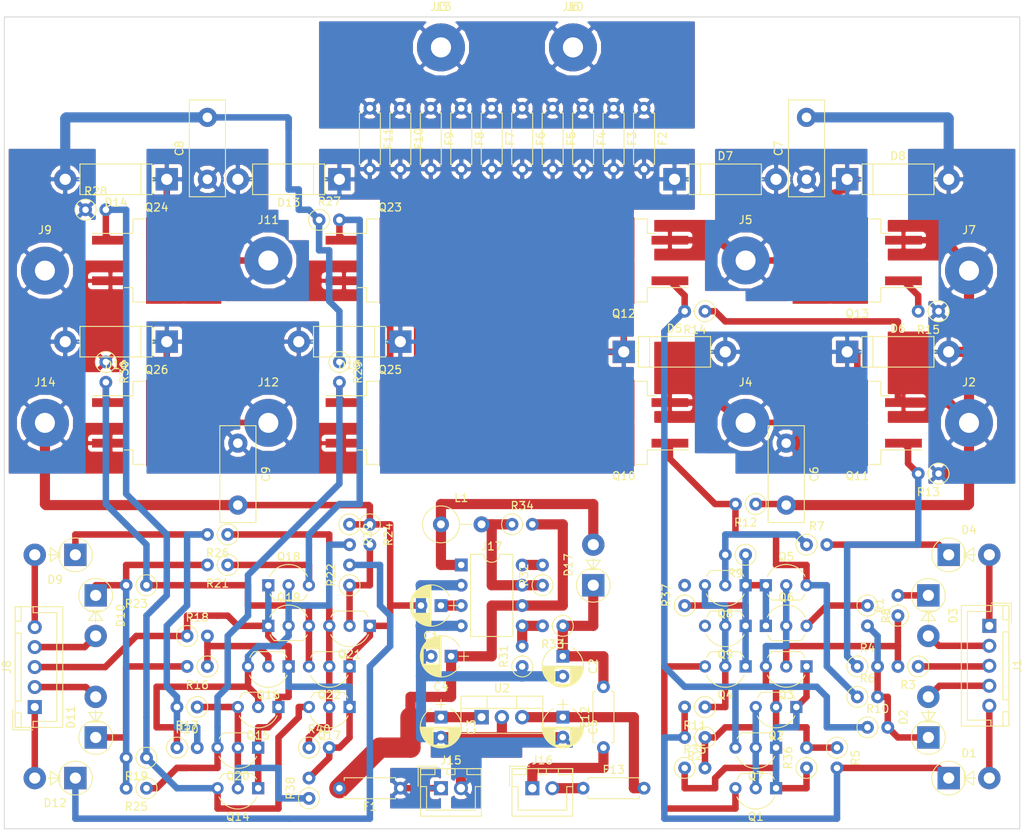
<source format=kicad_pcb>
(kicad_pcb (version 4) (host pcbnew 4.0.7)
  (layers (0 F.Cu signal) (31 B.Cu signal) (34 B.Paste user) (35 F.Paste user) (36 B.SilkS user) (37 F.SilkS user) (38 B.Mask user) (39 F.Mask user) (44 Edge.Cuts user))
  (net 0 "")
  (net 1 "Net-(D3-Pad2)")
  (net 2 "Net-(D4-Pad2)")
  (net 3 GND)
  (net 4 /MotorControlUnit_1/VG)
  (net 5 /MotorControlUnit_1/Dir)
  (net 6 /MotorControlUnit_1/Speed)
  (net 7 /MotorControlUnit_2/Dir)
  (net 8 "Net-(D11-Pad2)")
  (net 9 /MotorControlUnit_2/Speed)
  (net 10 "Net-(D12-Pad2)")
  (net 11 /MotorControlUnit_1/MBB)
  (net 12 /MotorControlUnit_1/BBM)
  (net 13 /MotorControlUnit_1/MFB)
  (net 14 /MotorControlUnit_1/iSpeed)
  (net 15 /MotorControlUnit_1/MFF)
  (net 16 /MotorControlUnit_1/FBM)
  (net 17 /MotorControlUnit_1/MBF)
  (net 18 /MotorControlUnit_2/MBB)
  (net 19 /MotorControlUnit_2/BBM)
  (net 20 /MotorControlUnit_2/MFB)
  (net 21 /MotorControlUnit_2/iSpeed)
  (net 22 /MotorControlUnit_2/MFF)
  (net 23 /MotorControlUnit_2/FBM)
  (net 24 /MotorControlUnit_2/MBF)
  (net 25 /MotorControlUnit_1/VF)
  (net 26 /MotorControlUnit_1/VB)
  (net 27 /MotorControlUnit_2/VF)
  (net 28 /MotorControlUnit_2/VB)
  (net 29 /MotorControlUnit_1/DirSel)
  (net 30 /MotorControlUnit_1/SpeedSel)
  (net 31 /MotorControlUnit_2/DirSel)
  (net 32 /MotorControlUnit_2/SpeedSel)
  (net 33 /26VUnit/N$10)
  (net 34 /5VUnit/VOUT)
  (net 35 /MotorControlUnit_1/VFUSE)
  (net 36 /26VUnit/N$5)
  (net 37 /26VUnit/N$12)
  (net 38 /26VUnit/N$13)
  (net 39 /MotorControlUnit_1/DVSW)
  (net 40 /MotorControlUnit_1/DVG)
  (net 41 /MotorControlUnit_2/DVSW)
  (net 42 /MotorControlUnit_2/DVG)
  (net 43 /26VUnit/VIN)
  (net 44 "Net-(F1-Pad1)")
  (net 45 /26VUnit/VOUT)
  (net 46 /MotorControlUnit_1/VSW)
  (net 47 /MotorControlUnit_2/VSW)
  (net 48 /MotorControlUnit_2/VG)
  (net 49 "Net-(F12-Pad1)")
  (net 50 "Net-(F13-Pad1)")
  (net 51 +BATT)
  (net 52 "Net-(J17-Pad8)")
  (module Resistors_THT:R_Axial_DIN0207_L6.3mm_D2.5mm_P2.54mm_Vertical (layer F.Cu) (at 238.76 100.33 90)
    (fp_text reference R1 (at 1.27 -2.31 90) (layer F.SilkS))
    (fp_text value 10K)
    (pad 1 thru_hole circle (at 0 0 90) (size 1.6 1.6) (drill 0.8) (layers *.Cu *.Mask) (net 29 /MotorControlUnit_1/DirSel))
    (pad 2 thru_hole oval (at 2.54 0 90) (size 1.6 1.6) (drill 0.8) (layers *.Cu *.Mask) (net 5 /MotorControlUnit_1/Dir))
  )
  (module TO_SOT_Packages_THT:TO-92_Inline_Wide (layer F.Cu) (at 219.71 106.68 180)
    (fp_text reference Q4 (at 2.54 -3.56 360) (layer F.SilkS))
    (fp_text value 2N3904)
    (pad 2 thru_hole circle (at 2.54 0 270) (size 1.52 1.52) (drill 0.8) (layers *.Cu *.Mask) (net 14 /MotorControlUnit_1/iSpeed))
    (pad 3 thru_hole circle (at 5.08 0 270) (size 1.52 1.52) (drill 0.8) (layers *.Cu *.Mask) (net 12 /MotorControlUnit_1/BBM))
    (pad 1 thru_hole rect (at 0 0 270) (size 1.52 1.52) (drill 0.8) (layers *.Cu *.Mask) (net 3 GND))
  )
  (module TO_SOT_Packages_THT:TO-92_Inline_Wide (layer F.Cu) (at 160.02 96.52)
    (fp_text reference Q18 (at 2.54 -3.56 180) (layer F.SilkS))
    (fp_text value 2N3904)
    (pad 2 thru_hole circle (at 2.54 0 90) (size 1.52 1.52) (drill 0.8128) (layers *.Cu *.Mask) (net 20 /MotorControlUnit_2/MFB))
    (pad 3 thru_hole circle (at 5.08 0 90) (size 1.52 1.52) (drill 0.8128) (layers *.Cu *.Mask) (net 22 /MotorControlUnit_2/MFF))
    (pad 1 thru_hole rect (at 0 0 90) (size 1.52 1.52) (drill 0.8128) (layers *.Cu *.Mask) (net 3 GND))
  )
  (module TO_SOT_Packages_SMD:TO-263-2 (layer F.Cu) (at 204.47 76.2 180)
    (fp_text reference Q10 (at 0 -6.65 180) (layer F.SilkS))
    (fp_text value Q_NMOS_DGS)
    (pad 1 smd rect (at -5.775 -2.54 180) (size 4.6 1.1) (layers F.Cu F.Paste F.Mask) (net 15 /MotorControlUnit_1/MFF))
    (pad 3 smd rect (at -5.775 2.54 180) (size 4.6 1.1) (layers F.Cu F.Paste F.Mask) (net 25 /MotorControlUnit_1/VF))
    (pad 2 smd rect (at 3.375 0 180) (size 9.4 10.8) (layers F.Cu F.Mask) (net 35 /MotorControlUnit_1/VFUSE))
    (pad 2 smd rect (at 5.8 2.775 180) (size 4.55 5.25) (layers F.Cu F.Paste) (net 35 /MotorControlUnit_1/VFUSE))
    (pad 2 smd rect (at 0.95 -2.775 180) (size 4.55 5.25) (layers F.Cu F.Paste) (net 35 /MotorControlUnit_1/VFUSE))
    (pad 2 smd rect (at 5.8 -2.775 180) (size 4.55 5.25) (layers F.Cu F.Paste) (net 35 /MotorControlUnit_1/VFUSE))
    (pad 2 smd rect (at 0.95 2.775 180) (size 4.55 5.25) (layers F.Cu F.Paste) (net 35 /MotorControlUnit_1/VFUSE))
  )
  (module Wire_Pads:SolderWirePad_single_2-5mmDrill (layer F.Cu) (at 247.65 76.2)
    (fp_text reference J2 (at 0 -5.08) (layer F.SilkS))
    (fp_text value Conn_01x01)
    (pad 1 thru_hole circle (at 0 0) (size 5.99948 5.99948) (drill 2.49936) (layers *.Cu *.Mask) (net 3 GND))
  )
  (module Wire_Pads:SolderWirePad_single_2-5mmDrill (layer F.Cu) (at 181.61 29.21)
    (fp_text reference J3 (at 0 -5.08) (layer F.SilkS))
    (fp_text value Conn_01x01)
    (pad 1 thru_hole circle (at 0 0) (size 5.99948 5.99948) (drill 2.49936) (layers *.Cu *.Mask) (net 51 +BATT))
  )
  (module Wire_Pads:SolderWirePad_single_2-5mmDrill (layer F.Cu) (at 219.71 76.2)
    (fp_text reference J4 (at 0 -5.08) (layer F.SilkS))
    (fp_text value Conn_01x01)
    (pad 1 thru_hole circle (at 0 0) (size 5.99948 5.99948) (drill 2.49936) (layers *.Cu *.Mask) (net 25 /MotorControlUnit_1/VF))
  )
  (module Wire_Pads:SolderWirePad_single_2-5mmDrill (layer F.Cu) (at 219.71 55.88)
    (fp_text reference J5 (at 0 -5.08) (layer F.SilkS))
    (fp_text value Conn_01x01)
    (pad 1 thru_hole circle (at 0 0) (size 5.99948 5.99948) (drill 2.49936) (layers *.Cu *.Mask) (net 26 /MotorControlUnit_1/VB))
  )
  (module Wire_Pads:SolderWirePad_single_2-5mmDrill (layer F.Cu) (at 198.12 29.21)
    (fp_text reference J6 (at 0 -5.08) (layer F.SilkS))
    (fp_text value Conn_01x01)
    (pad 1 thru_hole circle (at 0 0) (size 5.99948 5.99948) (drill 2.49936) (layers *.Cu *.Mask) (net 51 +BATT))
  )
  (module Wire_Pads:SolderWirePad_single_2-5mmDrill (layer F.Cu) (at 247.65 57.15)
    (fp_text reference J7 (at 0 -5.08) (layer F.SilkS))
    (fp_text value Conn_01x01)
    (pad 1 thru_hole circle (at 0 0) (size 5.99948 5.99948) (drill 2.49936) (layers *.Cu *.Mask) (net 3 GND))
  )
  (module TO_SOT_Packages_SMD:TO-263-2 (layer F.Cu) (at 233.68 76.2 180)
    (fp_text reference Q11 (at 0 -6.65 180) (layer F.SilkS))
    (fp_text value Q_NMOS_DGS)
    (pad 1 smd rect (at -5.775 -2.54 180) (size 4.6 1.1) (layers F.Cu F.Paste F.Mask) (net 12 /MotorControlUnit_1/BBM))
    (pad 3 smd rect (at -5.775 2.54 180) (size 4.6 1.1) (layers F.Cu F.Paste F.Mask) (net 3 GND))
    (pad 2 smd rect (at 3.375 0 180) (size 9.4 10.8) (layers F.Cu F.Mask) (net 25 /MotorControlUnit_1/VF))
    (pad 2 smd rect (at 5.8 2.775 180) (size 4.55 5.25) (layers F.Cu F.Paste) (net 25 /MotorControlUnit_1/VF))
    (pad 2 smd rect (at 0.95 -2.775 180) (size 4.55 5.25) (layers F.Cu F.Paste) (net 25 /MotorControlUnit_1/VF))
    (pad 2 smd rect (at 5.8 -2.775 180) (size 4.55 5.25) (layers F.Cu F.Paste) (net 25 /MotorControlUnit_1/VF))
    (pad 2 smd rect (at 0.95 2.775 180) (size 4.55 5.25) (layers F.Cu F.Paste) (net 25 /MotorControlUnit_1/VF))
  )
  (module TO_SOT_Packages_SMD:TO-263-2 (layer F.Cu) (at 204.47 55.88 180)
    (fp_text reference Q12 (at 0 -6.65 180) (layer F.SilkS))
    (fp_text value Q_NMOS_DGS)
    (pad 1 smd rect (at -5.775 -2.54 180) (size 4.6 1.1) (layers F.Cu F.Paste F.Mask) (net 17 /MotorControlUnit_1/MBF))
    (pad 3 smd rect (at -5.775 2.54 180) (size 4.6 1.1) (layers F.Cu F.Paste F.Mask) (net 26 /MotorControlUnit_1/VB))
    (pad 2 smd rect (at 3.375 0 180) (size 9.4 10.8) (layers F.Cu F.Mask) (net 35 /MotorControlUnit_1/VFUSE))
    (pad 2 smd rect (at 5.8 2.775 180) (size 4.55 5.25) (layers F.Cu F.Paste) (net 35 /MotorControlUnit_1/VFUSE))
    (pad 2 smd rect (at 0.95 -2.775 180) (size 4.55 5.25) (layers F.Cu F.Paste) (net 35 /MotorControlUnit_1/VFUSE))
    (pad 2 smd rect (at 5.8 -2.775 180) (size 4.55 5.25) (layers F.Cu F.Paste) (net 35 /MotorControlUnit_1/VFUSE))
    (pad 2 smd rect (at 0.95 2.775 180) (size 4.55 5.25) (layers F.Cu F.Paste) (net 35 /MotorControlUnit_1/VFUSE))
  )
  (module TO_SOT_Packages_SMD:TO-263-2 (layer F.Cu) (at 233.68 55.88 180)
    (fp_text reference Q13 (at 0 -6.65 180) (layer F.SilkS))
    (fp_text value Q_NMOS_DGS)
    (pad 1 smd rect (at -5.775 -2.54 180) (size 4.6 1.1) (layers F.Cu F.Paste F.Mask) (net 16 /MotorControlUnit_1/FBM))
    (pad 3 smd rect (at -5.775 2.54 180) (size 4.6 1.1) (layers F.Cu F.Paste F.Mask) (net 3 GND))
    (pad 2 smd rect (at 3.375 0 180) (size 9.4 10.8) (layers F.Cu F.Mask) (net 26 /MotorControlUnit_1/VB))
    (pad 2 smd rect (at 5.8 2.775 180) (size 4.55 5.25) (layers F.Cu F.Paste) (net 26 /MotorControlUnit_1/VB))
    (pad 2 smd rect (at 0.95 -2.775 180) (size 4.55 5.25) (layers F.Cu F.Paste) (net 26 /MotorControlUnit_1/VB))
    (pad 2 smd rect (at 5.8 -2.775 180) (size 4.55 5.25) (layers F.Cu F.Paste) (net 26 /MotorControlUnit_1/VB))
    (pad 2 smd rect (at 0.95 2.775 180) (size 4.55 5.25) (layers F.Cu F.Paste) (net 26 /MotorControlUnit_1/VB))
  )
  (module Resistors_THT:R_Axial_DIN0207_L6.3mm_D2.5mm_P2.54mm_Vertical (layer F.Cu) (at 214.63 62.23 180)
    (fp_text reference R14 (at 1.27 -2.31 180) (layer F.SilkS))
    (fp_text value 1Meg)
    (pad 1 thru_hole circle (at 0 0 180) (size 1.6 1.6) (drill 0.8128) (layers *.Cu *.Mask) (net 3 GND))
    (pad 2 thru_hole oval (at 2.54 0 180) (size 1.6 1.6) (drill 0.8128) (layers *.Cu *.Mask) (net 17 /MotorControlUnit_1/MBF))
  )
  (module Resistors_THT:R_Axial_DIN0207_L6.3mm_D2.5mm_P2.54mm_Vertical (layer F.Cu) (at 243.84 62.23 180)
    (fp_text reference R15 (at 1.27 -2.31 180) (layer F.SilkS))
    (fp_text value 10K)
    (pad 1 thru_hole circle (at 0 0 180) (size 1.6 1.6) (drill 0.8128) (layers *.Cu *.Mask) (net 3 GND))
    (pad 2 thru_hole oval (at 2.54 0 180) (size 1.6 1.6) (drill 0.8128) (layers *.Cu *.Mask) (net 16 /MotorControlUnit_1/FBM))
  )
  (module Diodes_THT:D_5W_P5.08mm_Vertical_AnodeUp (layer F.Cu) (at 135.89 92.71 180)
    (fp_text reference D9 (at 2.54 -3.114899 180) (layer F.SilkS))
    (fp_text value 1N4007)
    (pad 1 thru_hole rect (at 0 0 180) (size 2.8 2.8) (drill 1.4) (layers *.Cu *.Mask) (net 41 /MotorControlUnit_2/DVSW))
    (pad 2 thru_hole oval (at 5.08 0 180) (size 2.8 2.8) (drill 1.4) (layers *.Cu *.Mask) (net 47 /MotorControlUnit_2/VSW))
  )
  (module Diodes_THT:D_5W_P5.08mm_Vertical_AnodeUp (layer F.Cu) (at 138.43 97.79 270)
    (fp_text reference D10 (at 2.54 -3.114899 270) (layer F.SilkS))
    (fp_text value 1N4007)
    (pad 1 thru_hole rect (at 0 0 270) (size 2.8 2.8) (drill 1.4) (layers *.Cu *.Mask) (net 42 /MotorControlUnit_2/DVG))
    (pad 2 thru_hole oval (at 5.08 0 270) (size 2.8 2.8) (drill 1.4) (layers *.Cu *.Mask) (net 48 /MotorControlUnit_2/VG))
  )
  (module Diodes_THT:D_5W_P5.08mm_Vertical_AnodeUp (layer F.Cu) (at 138.43 115.57 90)
    (fp_text reference D11 (at 2.54 -3.114899 90) (layer F.SilkS))
    (fp_text value 1N4007)
    (pad 1 thru_hole rect (at 0 0 90) (size 2.8 2.8) (drill 1.4) (layers *.Cu *.Mask) (net 7 /MotorControlUnit_2/Dir))
    (pad 2 thru_hole oval (at 5.08 0 90) (size 2.8 2.8) (drill 1.4) (layers *.Cu *.Mask) (net 8 "Net-(D11-Pad2)"))
  )
  (module Diodes_THT:D_5W_P5.08mm_Vertical_AnodeUp (layer F.Cu) (at 135.89 120.65 180)
    (fp_text reference D12 (at 2.54 -3.114899 180) (layer F.SilkS))
    (fp_text value 1N4007)
    (pad 1 thru_hole rect (at 0 0 180) (size 2.8 2.8) (drill 1.4) (layers *.Cu *.Mask) (net 9 /MotorControlUnit_2/Speed))
    (pad 2 thru_hole oval (at 5.08 0 180) (size 2.8 2.8) (drill 1.4) (layers *.Cu *.Mask) (net 10 "Net-(D12-Pad2)"))
  )
  (module Connectors_JST:JST_XH_B05B-XH-A_05x2.50mm_Straight (layer F.Cu) (at 130.81 111.76 90)
    (fp_text reference J8 (at 5 -3.5 90) (layer F.SilkS))
    (fp_text value Conn_01x05)
    (pad 1 thru_hole rect (at 0 0 90) (size 1.75 1.75) (drill 1) (layers *.Cu *.Mask) (net 10 "Net-(D12-Pad2)"))
    (pad 2 thru_hole circle (at 2.5 0 90) (size 1.75 1.75) (drill 1) (layers *.Cu *.Mask) (net 8 "Net-(D11-Pad2)"))
    (pad 3 thru_hole circle (at 5 0 90) (size 1.75 1.75) (drill 1) (layers *.Cu *.Mask) (net 3 GND))
    (pad 4 thru_hole circle (at 7.5 0 90) (size 1.75 1.75) (drill 1) (layers *.Cu *.Mask) (net 48 /MotorControlUnit_2/VG))
    (pad 5 thru_hole circle (at 10 0 90) (size 1.75 1.75) (drill 1) (layers *.Cu *.Mask) (net 47 /MotorControlUnit_2/VSW))
  )
  (module Wire_Pads:SolderWirePad_single_2-5mmDrill (layer F.Cu) (at 132.08 57.15)
    (fp_text reference J9 (at 0 -5.08) (layer F.SilkS))
    (fp_text value Conn_01x01)
    (pad 1 thru_hole circle (at 0 0) (size 5.99948 5.99948) (drill 2.49936) (layers *.Cu *.Mask) (net 3 GND))
  )
  (module Wire_Pads:SolderWirePad_single_2-5mmDrill (layer F.Cu) (at 198.12 29.21)
    (fp_text reference J10 (at 0 -5.08) (layer F.SilkS))
    (fp_text value Conn_01x01)
    (pad 1 thru_hole circle (at 0 0) (size 5.99948 5.99948) (drill 2.49936) (layers *.Cu *.Mask) (net 51 +BATT))
  )
  (module Wire_Pads:SolderWirePad_single_2-5mmDrill (layer F.Cu) (at 160.02 55.88)
    (fp_text reference J11 (at 0 -5.08) (layer F.SilkS))
    (fp_text value Conn_01x01)
    (pad 1 thru_hole circle (at 0 0) (size 5.99948 5.99948) (drill 2.49936) (layers *.Cu *.Mask) (net 27 /MotorControlUnit_2/VF))
  )
  (module Wire_Pads:SolderWirePad_single_2-5mmDrill (layer F.Cu) (at 160.02 76.2)
    (fp_text reference J12 (at 0 -5.08) (layer F.SilkS))
    (fp_text value Conn_01x01)
    (pad 1 thru_hole circle (at 0 0) (size 5.99948 5.99948) (drill 2.49936) (layers *.Cu *.Mask) (net 28 /MotorControlUnit_2/VB))
  )
  (module Wire_Pads:SolderWirePad_single_2-5mmDrill (layer F.Cu) (at 181.61 29.21)
    (fp_text reference J13 (at 0 -5.08) (layer F.SilkS))
    (fp_text value Conn_01x01)
    (pad 1 thru_hole circle (at 0 0) (size 5.99948 5.99948) (drill 2.49936) (layers *.Cu *.Mask) (net 51 +BATT))
  )
  (module Wire_Pads:SolderWirePad_single_2-5mmDrill (layer F.Cu) (at 132.08 76.2)
    (fp_text reference J14 (at 0 -5.08) (layer F.SilkS))
    (fp_text value Conn_01x01)
    (pad 1 thru_hole circle (at 0 0) (size 5.99948 5.99948) (drill 2.49936) (layers *.Cu *.Mask) (net 3 GND))
  )
  (module TO_SOT_Packages_THT:TO-92_Inline_Wide (layer F.Cu) (at 158.75 121.92 180)
    (fp_text reference Q14 (at 2.54 -3.56 360) (layer F.SilkS))
    (fp_text value 2N3904)
    (pad 2 thru_hole circle (at 2.54 0 270) (size 1.52 1.52) (drill 0.8128) (layers *.Cu *.Mask) (net 18 /MotorControlUnit_2/MBB))
    (pad 3 thru_hole circle (at 5.08 0 270) (size 1.52 1.52) (drill 0.8128) (layers *.Cu *.Mask) (net 19 /MotorControlUnit_2/BBM))
    (pad 1 thru_hole rect (at 0 0 270) (size 1.52 1.52) (drill 0.8128) (layers *.Cu *.Mask) (net 3 GND))
  )
  (module TO_SOT_Packages_THT:TO-92_Inline_Wide (layer F.Cu) (at 161.29 111.76 180)
    (fp_text reference Q15 (at 2.54 -3.56 360) (layer F.SilkS))
    (fp_text value 2N3904)
    (pad 2 thru_hole circle (at 2.54 0 270) (size 1.52 1.52) (drill 0.8128) (layers *.Cu *.Mask) (net 20 /MotorControlUnit_2/MFB))
    (pad 3 thru_hole circle (at 5.08 0 270) (size 1.52 1.52) (drill 0.8128) (layers *.Cu *.Mask) (net 18 /MotorControlUnit_2/MBB))
    (pad 1 thru_hole rect (at 0 0 270) (size 1.52 1.52) (drill 0.8128) (layers *.Cu *.Mask) (net 3 GND))
  )
  (module TO_SOT_Packages_THT:TO-92_Inline_Wide (layer F.Cu) (at 162.56 106.68 180)
    (fp_text reference Q16 (at 2.54 -3.56 360) (layer F.SilkS))
    (fp_text value 2N3904)
    (pad 2 thru_hole circle (at 2.54 0 270) (size 1.52 1.52) (drill 0.8128) (layers *.Cu *.Mask) (net 31 /MotorControlUnit_2/DirSel))
    (pad 3 thru_hole circle (at 5.08 0 270) (size 1.52 1.52) (drill 0.8128) (layers *.Cu *.Mask) (net 20 /MotorControlUnit_2/MFB))
    (pad 1 thru_hole rect (at 0 0 270) (size 1.52 1.52) (drill 0.8128) (layers *.Cu *.Mask) (net 3 GND))
  )
  (module TO_SOT_Packages_THT:TO-92_Inline_Wide (layer F.Cu) (at 170.18 111.76 180)
    (fp_text reference Q17 (at 2.54 -3.56 360) (layer F.SilkS))
    (fp_text value 2N3904)
    (pad 2 thru_hole circle (at 2.54 0 270) (size 1.52 1.52) (drill 0.8128) (layers *.Cu *.Mask) (net 21 /MotorControlUnit_2/iSpeed))
    (pad 3 thru_hole circle (at 5.08 0 270) (size 1.52 1.52) (drill 0.8128) (layers *.Cu *.Mask) (net 19 /MotorControlUnit_2/BBM))
    (pad 1 thru_hole rect (at 0 0 270) (size 1.52 1.52) (drill 0.8128) (layers *.Cu *.Mask) (net 3 GND))
  )
  (module TO_SOT_Packages_THT:TO-92_Inline_Wide (layer F.Cu) (at 160.02 101.6)
    (fp_text reference Q19 (at 2.54 -3.56 180) (layer F.SilkS))
    (fp_text value 2N3904)
    (pad 2 thru_hole circle (at 2.54 0 90) (size 1.52 1.52) (drill 0.8128) (layers *.Cu *.Mask) (net 20 /MotorControlUnit_2/MFB))
    (pad 3 thru_hole circle (at 5.08 0 90) (size 1.52 1.52) (drill 0.8128) (layers *.Cu *.Mask) (net 23 /MotorControlUnit_2/FBM))
    (pad 1 thru_hole rect (at 0 0 90) (size 1.52 1.52) (drill 0.8128) (layers *.Cu *.Mask) (net 3 GND))
  )
  (module TO_SOT_Packages_THT:TO-92_Inline_Wide (layer F.Cu) (at 158.75 116.84 180)
    (fp_text reference Q20 (at 2.54 -3.56 360) (layer F.SilkS))
    (fp_text value 2N3904)
    (pad 2 thru_hole circle (at 2.54 0 270) (size 1.52 1.52) (drill 0.8128) (layers *.Cu *.Mask) (net 18 /MotorControlUnit_2/MBB))
    (pad 3 thru_hole circle (at 5.08 0 270) (size 1.52 1.52) (drill 0.8128) (layers *.Cu *.Mask) (net 24 /MotorControlUnit_2/MBF))
    (pad 1 thru_hole rect (at 0 0 270) (size 1.52 1.52) (drill 0.8128) (layers *.Cu *.Mask) (net 3 GND))
  )
  (module TO_SOT_Packages_THT:TO-92_Inline_Wide (layer F.Cu) (at 172.72 101.6 180)
    (fp_text reference Q21 (at 2.54 -3.56 360) (layer F.SilkS))
    (fp_text value 2N3904)
    (pad 2 thru_hole circle (at 2.54 0 270) (size 1.52 1.52) (drill 0.8128) (layers *.Cu *.Mask) (net 32 /MotorControlUnit_2/SpeedSel))
    (pad 3 thru_hole circle (at 5.08 0 270) (size 1.52 1.52) (drill 0.8128) (layers *.Cu *.Mask) (net 21 /MotorControlUnit_2/iSpeed))
    (pad 1 thru_hole rect (at 0 0 270) (size 1.52 1.52) (drill 0.8128) (layers *.Cu *.Mask) (net 3 GND))
  )
  (module TO_SOT_Packages_THT:TO-92_Inline_Wide (layer F.Cu) (at 170.18 106.68 180)
    (fp_text reference Q22 (at 2.54 -3.56 360) (layer F.SilkS))
    (fp_text value 2N3904)
    (pad 2 thru_hole circle (at 2.54 0 270) (size 1.52 1.52) (drill 0.8128) (layers *.Cu *.Mask) (net 21 /MotorControlUnit_2/iSpeed))
    (pad 3 thru_hole circle (at 5.08 0 270) (size 1.52 1.52) (drill 0.8128) (layers *.Cu *.Mask) (net 23 /MotorControlUnit_2/FBM))
    (pad 1 thru_hole rect (at 0 0 270) (size 1.52 1.52) (drill 0.8128) (layers *.Cu *.Mask) (net 3 GND))
  )
  (module TO_SOT_Packages_SMD:TO-263-2 (layer F.Cu) (at 175.26 55.88)
    (fp_text reference Q23 (at 0 -6.65) (layer F.SilkS))
    (fp_text value Q_NMOS_DGS)
    (pad 1 smd rect (at -5.775 -2.54) (size 4.6 1.1) (layers F.Cu F.Paste F.Mask) (net 22 /MotorControlUnit_2/MFF))
    (pad 3 smd rect (at -5.775 2.54) (size 4.6 1.1) (layers F.Cu F.Paste F.Mask) (net 27 /MotorControlUnit_2/VF))
    (pad 2 smd rect (at 3.375 0) (size 9.4 10.8) (layers F.Cu F.Mask) (net 35 /MotorControlUnit_1/VFUSE))
    (pad 2 smd rect (at 5.8 2.775) (size 4.55 5.25) (layers F.Cu F.Paste) (net 35 /MotorControlUnit_1/VFUSE))
    (pad 2 smd rect (at 0.95 -2.775) (size 4.55 5.25) (layers F.Cu F.Paste) (net 35 /MotorControlUnit_1/VFUSE))
    (pad 2 smd rect (at 5.8 -2.775) (size 4.55 5.25) (layers F.Cu F.Paste) (net 35 /MotorControlUnit_1/VFUSE))
    (pad 2 smd rect (at 0.95 2.775) (size 4.55 5.25) (layers F.Cu F.Paste) (net 35 /MotorControlUnit_1/VFUSE))
  )
  (module TO_SOT_Packages_SMD:TO-263-2 (layer F.Cu) (at 146.05 55.88)
    (fp_text reference Q24 (at 0 -6.65) (layer F.SilkS))
    (fp_text value Q_NMOS_DGS)
    (pad 1 smd rect (at -5.775 -2.54) (size 4.6 1.1) (layers F.Cu F.Paste F.Mask) (net 19 /MotorControlUnit_2/BBM))
    (pad 3 smd rect (at -5.775 2.54) (size 4.6 1.1) (layers F.Cu F.Paste F.Mask) (net 3 GND))
    (pad 2 smd rect (at 3.375 0) (size 9.4 10.8) (layers F.Cu F.Mask) (net 27 /MotorControlUnit_2/VF))
    (pad 2 smd rect (at 5.8 2.775) (size 4.55 5.25) (layers F.Cu F.Paste) (net 27 /MotorControlUnit_2/VF))
    (pad 2 smd rect (at 0.95 -2.775) (size 4.55 5.25) (layers F.Cu F.Paste) (net 27 /MotorControlUnit_2/VF))
    (pad 2 smd rect (at 5.8 -2.775) (size 4.55 5.25) (layers F.Cu F.Paste) (net 27 /MotorControlUnit_2/VF))
    (pad 2 smd rect (at 0.95 2.775) (size 4.55 5.25) (layers F.Cu F.Paste) (net 27 /MotorControlUnit_2/VF))
  )
  (module TO_SOT_Packages_SMD:TO-263-2 (layer F.Cu) (at 175.26 76.2)
    (fp_text reference Q25 (at 0 -6.65) (layer F.SilkS))
    (fp_text value Q_NMOS_DGS)
    (pad 1 smd rect (at -5.775 -2.54) (size 4.6 1.1) (layers F.Cu F.Paste F.Mask) (net 24 /MotorControlUnit_2/MBF))
    (pad 3 smd rect (at -5.775 2.54) (size 4.6 1.1) (layers F.Cu F.Paste F.Mask) (net 28 /MotorControlUnit_2/VB))
    (pad 2 smd rect (at 3.375 0) (size 9.4 10.8) (layers F.Cu F.Mask) (net 35 /MotorControlUnit_1/VFUSE))
    (pad 2 smd rect (at 5.8 2.775) (size 4.55 5.25) (layers F.Cu F.Paste) (net 35 /MotorControlUnit_1/VFUSE))
    (pad 2 smd rect (at 0.95 -2.775) (size 4.55 5.25) (layers F.Cu F.Paste) (net 35 /MotorControlUnit_1/VFUSE))
    (pad 2 smd rect (at 5.8 -2.775) (size 4.55 5.25) (layers F.Cu F.Paste) (net 35 /MotorControlUnit_1/VFUSE))
    (pad 2 smd rect (at 0.95 2.775) (size 4.55 5.25) (layers F.Cu F.Paste) (net 35 /MotorControlUnit_1/VFUSE))
  )
  (module TO_SOT_Packages_SMD:TO-263-2 (layer F.Cu) (at 146.05 76.2)
    (fp_text reference Q26 (at 0 -6.65) (layer F.SilkS))
    (fp_text value Q_NMOS_DGS)
    (pad 1 smd rect (at -5.775 -2.54) (size 4.6 1.1) (layers F.Cu F.Paste F.Mask) (net 23 /MotorControlUnit_2/FBM))
    (pad 3 smd rect (at -5.775 2.54) (size 4.6 1.1) (layers F.Cu F.Paste F.Mask) (net 3 GND))
    (pad 2 smd rect (at 3.375 0) (size 9.4 10.8) (layers F.Cu F.Mask) (net 28 /MotorControlUnit_2/VB))
    (pad 2 smd rect (at 5.8 2.775) (size 4.55 5.25) (layers F.Cu F.Paste) (net 28 /MotorControlUnit_2/VB))
    (pad 2 smd rect (at 0.95 -2.775) (size 4.55 5.25) (layers F.Cu F.Paste) (net 28 /MotorControlUnit_2/VB))
    (pad 2 smd rect (at 5.8 -2.775) (size 4.55 5.25) (layers F.Cu F.Paste) (net 28 /MotorControlUnit_2/VB))
    (pad 2 smd rect (at 0.95 2.775) (size 4.55 5.25) (layers F.Cu F.Paste) (net 28 /MotorControlUnit_2/VB))
  )
  (module Resistors_THT:R_Axial_DIN0207_L6.3mm_D2.5mm_P2.54mm_Vertical (layer F.Cu) (at 152.4 106.68 180)
    (fp_text reference R16 (at 1.27 -2.31 180) (layer F.SilkS))
    (fp_text value 10K)
    (pad 1 thru_hole circle (at 0 0 180) (size 1.6 1.6) (drill 0.8128) (layers *.Cu *.Mask) (net 31 /MotorControlUnit_2/DirSel))
    (pad 2 thru_hole oval (at 2.54 0 180) (size 1.6 1.6) (drill 0.8128) (layers *.Cu *.Mask) (net 7 /MotorControlUnit_2/Dir))
  )
  (module Resistors_THT:R_Axial_DIN0207_L6.3mm_D2.5mm_P2.54mm_Vertical (layer F.Cu) (at 151.13 111.76 180)
    (fp_text reference R17 (at 1.27 -2.31 180) (layer F.SilkS))
    (fp_text value 1K)
    (pad 1 thru_hole circle (at 0 0 180) (size 1.6 1.6) (drill 0.8128) (layers *.Cu *.Mask) (net 18 /MotorControlUnit_2/MBB))
    (pad 2 thru_hole oval (at 2.54 0 180) (size 1.6 1.6) (drill 0.8128) (layers *.Cu *.Mask) (net 41 /MotorControlUnit_2/DVSW))
  )
  (module Resistors_THT:R_Axial_DIN0207_L6.3mm_D2.5mm_P2.54mm_Vertical (layer F.Cu) (at 149.86 102.87)
    (fp_text reference R18 (at 1.27 -2.31) (layer F.SilkS))
    (fp_text value 10K)
    (pad 1 thru_hole circle (at 0 0) (size 1.6 1.6) (drill 0.8128) (layers *.Cu *.Mask) (net 3 GND))
    (pad 2 thru_hole oval (at 2.54 0) (size 1.6 1.6) (drill 0.8128) (layers *.Cu *.Mask) (net 31 /MotorControlUnit_2/DirSel))
  )
  (module Resistors_THT:R_Axial_DIN0207_L6.3mm_D2.5mm_P2.54mm_Vertical (layer F.Cu) (at 144.78 118.11 180)
    (fp_text reference R19 (at 1.27 -2.31 180) (layer F.SilkS))
    (fp_text value 10K)
    (pad 1 thru_hole circle (at 0 0 180) (size 1.6 1.6) (drill 0.8128) (layers *.Cu *.Mask) (net 19 /MotorControlUnit_2/BBM))
    (pad 2 thru_hole oval (at 2.54 0 180) (size 1.6 1.6) (drill 0.8128) (layers *.Cu *.Mask) (net 42 /MotorControlUnit_2/DVG))
  )
  (module Resistors_THT:R_Axial_DIN0207_L6.3mm_D2.5mm_P2.54mm_Vertical (layer F.Cu) (at 148.59 116.84)
    (fp_text reference R20 (at 1.27 -2.31) (layer F.SilkS))
    (fp_text value 1K)
    (pad 1 thru_hole circle (at 0 0) (size 1.6 1.6) (drill 0.8128) (layers *.Cu *.Mask) (net 20 /MotorControlUnit_2/MFB))
    (pad 2 thru_hole oval (at 2.54 0) (size 1.6 1.6) (drill 0.8128) (layers *.Cu *.Mask) (net 41 /MotorControlUnit_2/DVSW))
  )
  (module Resistors_THT:R_Axial_DIN0207_L6.3mm_D2.5mm_P2.54mm_Vertical (layer F.Cu) (at 154.94 93.98 180)
    (fp_text reference R21 (at 1.27 -2.31 180) (layer F.SilkS))
    (fp_text value 10K)
    (pad 1 thru_hole circle (at 0 0 180) (size 1.6 1.6) (drill 0.8128) (layers *.Cu *.Mask) (net 22 /MotorControlUnit_2/MFF))
    (pad 2 thru_hole oval (at 2.54 0 180) (size 1.6 1.6) (drill 0.8128) (layers *.Cu *.Mask) (net 42 /MotorControlUnit_2/DVG))
  )
  (module Resistors_THT:R_Axial_DIN0207_L6.3mm_D2.5mm_P2.54mm_Vertical (layer F.Cu) (at 170.18 96.52 90)
    (fp_text reference R22 (at 1.27 -2.31 90) (layer F.SilkS))
    (fp_text value 10K)
    (pad 1 thru_hole circle (at 0 0 90) (size 1.6 1.6) (drill 0.8128) (layers *.Cu *.Mask) (net 32 /MotorControlUnit_2/SpeedSel))
    (pad 2 thru_hole oval (at 2.54 0 90) (size 1.6 1.6) (drill 0.8128) (layers *.Cu *.Mask) (net 9 /MotorControlUnit_2/Speed))
  )
  (module Resistors_THT:R_Axial_DIN0207_L6.3mm_D2.5mm_P2.54mm_Vertical (layer F.Cu) (at 144.78 96.52 180)
    (fp_text reference R23 (at 1.27 -2.31 180) (layer F.SilkS))
    (fp_text value 10K)
    (pad 1 thru_hole circle (at 0 0 180) (size 1.6 1.6) (drill 0.8128) (layers *.Cu *.Mask) (net 23 /MotorControlUnit_2/FBM))
    (pad 2 thru_hole oval (at 2.54 0 180) (size 1.6 1.6) (drill 0.8128) (layers *.Cu *.Mask) (net 42 /MotorControlUnit_2/DVG))
  )
  (module Resistors_THT:R_Axial_DIN0207_L6.3mm_D2.5mm_P2.54mm_Vertical (layer F.Cu) (at 172.72 88.9 270)
    (fp_text reference R24 (at 1.27 -2.31 270) (layer F.SilkS))
    (fp_text value 10K)
    (pad 1 thru_hole circle (at 0 0 270) (size 1.6 1.6) (drill 0.8128) (layers *.Cu *.Mask) (net 3 GND))
    (pad 2 thru_hole oval (at 2.54 0 270) (size 1.6 1.6) (drill 0.8128) (layers *.Cu *.Mask) (net 32 /MotorControlUnit_2/SpeedSel))
  )
  (module Resistors_THT:R_Axial_DIN0207_L6.3mm_D2.5mm_P2.54mm_Vertical (layer F.Cu) (at 144.78 121.92 180)
    (fp_text reference R25 (at 1.27 -2.31 180) (layer F.SilkS))
    (fp_text value 10K)
    (pad 1 thru_hole circle (at 0 0 180) (size 1.6 1.6) (drill 0.8128) (layers *.Cu *.Mask) (net 24 /MotorControlUnit_2/MBF))
    (pad 2 thru_hole oval (at 2.54 0 180) (size 1.6 1.6) (drill 0.8128) (layers *.Cu *.Mask) (net 42 /MotorControlUnit_2/DVG))
  )
  (module Resistors_THT:R_Axial_DIN0207_L6.3mm_D2.5mm_P2.54mm_Vertical (layer F.Cu) (at 154.94 90.17 180)
    (fp_text reference R26 (at 1.27 -2.31 180) (layer F.SilkS))
    (fp_text value 1K)
    (pad 1 thru_hole circle (at 0 0 180) (size 1.6 1.6) (drill 0.8128) (layers *.Cu *.Mask) (net 21 /MotorControlUnit_2/iSpeed))
    (pad 2 thru_hole oval (at 2.54 0 180) (size 1.6 1.6) (drill 0.8128) (layers *.Cu *.Mask) (net 41 /MotorControlUnit_2/DVSW))
  )
  (module Resistors_THT:R_Axial_DIN0207_L6.3mm_D2.5mm_P2.54mm_Vertical (layer F.Cu) (at 166.37 50.8)
    (fp_text reference R27 (at 1.27 -2.31) (layer F.SilkS))
    (fp_text value 1Meg)
    (pad 1 thru_hole circle (at 0 0) (size 1.6 1.6) (drill 0.8128) (layers *.Cu *.Mask) (net 3 GND))
    (pad 2 thru_hole oval (at 2.54 0) (size 1.6 1.6) (drill 0.8128) (layers *.Cu *.Mask) (net 22 /MotorControlUnit_2/MFF))
  )
  (module Resistors_THT:R_Axial_DIN0207_L6.3mm_D2.5mm_P2.54mm_Vertical (layer F.Cu) (at 137.16 49.53)
    (fp_text reference R28 (at 1.27 -2.31) (layer F.SilkS))
    (fp_text value 10K)
    (pad 1 thru_hole circle (at 0 0) (size 1.6 1.6) (drill 0.8128) (layers *.Cu *.Mask) (net 3 GND))
    (pad 2 thru_hole oval (at 2.54 0) (size 1.6 1.6) (drill 0.8128) (layers *.Cu *.Mask) (net 19 /MotorControlUnit_2/BBM))
  )
  (module Resistors_THT:R_Axial_DIN0207_L6.3mm_D2.5mm_P2.54mm_Vertical (layer F.Cu) (at 168.91 68.58 270)
    (fp_text reference R29 (at 1.27 -2.31 270) (layer F.SilkS))
    (fp_text value 1Meg)
    (pad 1 thru_hole circle (at 0 0 270) (size 1.6 1.6) (drill 0.8128) (layers *.Cu *.Mask) (net 3 GND))
    (pad 2 thru_hole oval (at 2.54 0 270) (size 1.6 1.6) (drill 0.8128) (layers *.Cu *.Mask) (net 24 /MotorControlUnit_2/MBF))
  )
  (module Resistors_THT:R_Axial_DIN0207_L6.3mm_D2.5mm_P2.54mm_Vertical (layer F.Cu) (at 139.7 68.58 270)
    (fp_text reference R30 (at 1.27 -2.31 270) (layer F.SilkS))
    (fp_text value 10K)
    (pad 1 thru_hole circle (at 0 0 270) (size 1.6 1.6) (drill 0.8128) (layers *.Cu *.Mask) (net 3 GND))
    (pad 2 thru_hole oval (at 2.54 0 270) (size 1.6 1.6) (drill 0.8128) (layers *.Cu *.Mask) (net 23 /MotorControlUnit_2/FBM))
  )
  (module Diodes_THT:D_5W_P12.70mm_Horizontal (layer F.Cu) (at 204.47 67.31)
    (fp_text reference D5 (at 6.35 -2.91) (layer F.SilkS))
    (fp_text value 1N4007)
    (pad 1 thru_hole rect (at 0 0) (size 2.8 2.8) (drill 1.4) (layers *.Cu *.Mask) (net 35 /MotorControlUnit_1/VFUSE))
    (pad 2 thru_hole oval (at 12.7 0) (size 2.8 2.8) (drill 1.4) (layers *.Cu *.Mask) (net 25 /MotorControlUnit_1/VF))
  )
  (module Diodes_THT:D_5W_P12.70mm_Horizontal (layer F.Cu) (at 232.41 67.31)
    (fp_text reference D6 (at 6.35 -2.91) (layer F.SilkS))
    (fp_text value 1N4007)
    (pad 1 thru_hole rect (at 0 0) (size 2.8 2.8) (drill 1.4) (layers *.Cu *.Mask) (net 25 /MotorControlUnit_1/VF))
    (pad 2 thru_hole oval (at 12.7 0) (size 2.8 2.8) (drill 1.4) (layers *.Cu *.Mask) (net 3 GND))
  )
  (module Diodes_THT:D_5W_P12.70mm_Horizontal (layer F.Cu) (at 210.82 45.72)
    (fp_text reference D7 (at 6.35 -2.91) (layer F.SilkS))
    (fp_text value 1N4007)
    (pad 1 thru_hole rect (at 0 0) (size 2.8 2.8) (drill 1.4) (layers *.Cu *.Mask) (net 35 /MotorControlUnit_1/VFUSE))
    (pad 2 thru_hole oval (at 12.7 0) (size 2.8 2.8) (drill 1.4) (layers *.Cu *.Mask) (net 26 /MotorControlUnit_1/VB))
  )
  (module Diodes_THT:D_5W_P12.70mm_Horizontal (layer F.Cu) (at 232.41 45.72)
    (fp_text reference D8 (at 6.35 -2.91) (layer F.SilkS))
    (fp_text value 1N4007)
    (pad 1 thru_hole rect (at 0 0) (size 2.8 2.8) (drill 1.4) (layers *.Cu *.Mask) (net 26 /MotorControlUnit_1/VB))
    (pad 2 thru_hole oval (at 12.7 0) (size 2.8 2.8) (drill 1.4) (layers *.Cu *.Mask) (net 3 GND))
  )
  (module Diodes_THT:D_5W_P12.70mm_Horizontal (layer F.Cu) (at 168.91 45.72 180)
    (fp_text reference D13 (at 6.35 -2.91 180) (layer F.SilkS))
    (fp_text value 1N4007)
    (pad 1 thru_hole rect (at 0 0 180) (size 2.8 2.8) (drill 1.4) (layers *.Cu *.Mask) (net 35 /MotorControlUnit_1/VFUSE))
    (pad 2 thru_hole oval (at 12.7 0 180) (size 2.8 2.8) (drill 1.4) (layers *.Cu *.Mask) (net 27 /MotorControlUnit_2/VF))
  )
  (module Diodes_THT:D_5W_P12.70mm_Horizontal (layer F.Cu) (at 147.32 45.72 180)
    (fp_text reference D14 (at 6.35 -2.91 180) (layer F.SilkS))
    (fp_text value 1N4007)
    (pad 1 thru_hole rect (at 0 0 180) (size 2.8 2.8) (drill 1.4) (layers *.Cu *.Mask) (net 27 /MotorControlUnit_2/VF))
    (pad 2 thru_hole oval (at 12.7 0 180) (size 2.8 2.8) (drill 1.4) (layers *.Cu *.Mask) (net 3 GND))
  )
  (module Diodes_THT:D_5W_P12.70mm_Horizontal (layer F.Cu) (at 176.53 66.04 180)
    (fp_text reference D15 (at 6.35 -2.91 180) (layer F.SilkS))
    (fp_text value 1N4007)
    (pad 1 thru_hole rect (at 0 0 180) (size 2.8 2.8) (drill 1.4) (layers *.Cu *.Mask) (net 35 /MotorControlUnit_1/VFUSE))
    (pad 2 thru_hole oval (at 12.7 0 180) (size 2.8 2.8) (drill 1.4) (layers *.Cu *.Mask) (net 28 /MotorControlUnit_2/VB))
  )
  (module Diodes_THT:D_5W_P12.70mm_Horizontal (layer F.Cu) (at 147.32 66.04 180)
    (fp_text reference D16 (at 6.35 -2.91 180) (layer F.SilkS))
    (fp_text value 1N4007)
    (pad 1 thru_hole rect (at 0 0 180) (size 2.8 2.8) (drill 1.4) (layers *.Cu *.Mask) (net 28 /MotorControlUnit_2/VB))
    (pad 2 thru_hole oval (at 12.7 0 180) (size 2.8 2.8) (drill 1.4) (layers *.Cu *.Mask) (net 3 GND))
  )
  (module Capacitors_THT:CP_Radial_D5.0mm_P2.50mm (layer F.Cu) (at 181.61 99.06 180)
    (fp_text reference C1 (at 1.25 -3.81 180) (layer F.SilkS))
    (fp_text value 470pF)
    (pad 1 thru_hole rect (at 0 0 180) (size 1.6 1.6) (drill 0.8128) (layers *.Cu *.Mask) (net 33 /26VUnit/N$10))
    (pad 2 thru_hole circle (at 2.5 0 180) (size 1.6 1.6) (drill 0.8128) (layers *.Cu *.Mask) (net 3 GND))
  )
  (module Capacitors_THT:CP_Radial_D5.0mm_P2.50mm (layer F.Cu) (at 196.85 105.41 270)
    (fp_text reference C2 (at 1.25 -3.81 270) (layer F.SilkS))
    (fp_text value 470uF)
    (pad 1 thru_hole rect (at 0 0 270) (size 1.6 1.6) (drill 0.8128) (layers *.Cu *.Mask) (net 45 /26VUnit/VOUT))
    (pad 2 thru_hole circle (at 2.5 0 270) (size 1.6 1.6) (drill 0.8128) (layers *.Cu *.Mask) (net 3 GND))
  )
  (module Capacitors_THT:CP_Radial_D5.0mm_P2.50mm (layer F.Cu) (at 181.61 113.03 270)
    (fp_text reference C3 (at 1.25 -3.81 270) (layer F.SilkS))
    (fp_text value 100uF)
    (pad 1 thru_hole rect (at 0 0 270) (size 1.6 1.6) (drill 0.8128) (layers *.Cu *.Mask) (net 43 /26VUnit/VIN))
    (pad 2 thru_hole circle (at 2.5 0 270) (size 1.6 1.6) (drill 0.8128) (layers *.Cu *.Mask) (net 3 GND))
  )
  (module Capacitors_THT:CP_Radial_D5.0mm_P2.50mm (layer F.Cu) (at 182.88 105.41 180)
    (fp_text reference C4 (at 1.25 -3.81 180) (layer F.SilkS))
    (fp_text value 0.33uF)
    (pad 1 thru_hole rect (at 0 0 180) (size 1.6 1.6) (drill 0.8128) (layers *.Cu *.Mask) (net 43 /26VUnit/VIN))
    (pad 2 thru_hole circle (at 2.5 0 180) (size 1.6 1.6) (drill 0.8128) (layers *.Cu *.Mask) (net 3 GND))
  )
  (module Capacitors_THT:CP_Radial_D5.0mm_P2.50mm (layer F.Cu) (at 196.85 113.03 270)
    (fp_text reference C5 (at 1.25 -3.81 270) (layer F.SilkS))
    (fp_text value 0.1uF)
    (pad 1 thru_hole rect (at 0 0 270) (size 1.6 1.6) (drill 0.8128) (layers *.Cu *.Mask) (net 34 /5VUnit/VOUT))
    (pad 2 thru_hole circle (at 2.5 0 270) (size 1.6 1.6) (drill 0.8128) (layers *.Cu *.Mask) (net 3 GND))
  )
  (module Diodes_THT:D_5W_P5.08mm_Vertical_AnodeUp (layer F.Cu) (at 200.66 96.52 90)
    (fp_text reference D17 (at 2.54 -3.114899 90) (layer F.SilkS))
    (fp_text value 1N4007)
    (pad 1 thru_hole rect (at 0 0 90) (size 2.8 2.8) (drill 1.4) (layers *.Cu *.Mask) (net 45 /26VUnit/VOUT))
    (pad 2 thru_hole oval (at 5.08 0 90) (size 2.8 2.8) (drill 1.4) (layers *.Cu *.Mask) (net 36 /26VUnit/N$5))
  )
  (module Inductors_THT:L_Axial_L11.0mm_D4.5mm_P5.08mm_Vertical_Fastron_MECC (layer F.Cu) (at 181.61 88.9)
    (fp_text reference L1 (at 2.54 -3.31) (layer F.SilkS))
    (fp_text value 150uH)
    (pad 1 thru_hole circle (at 0 0) (size 2 2) (drill 1) (layers *.Cu *.Mask) (net 36 /26VUnit/N$5))
    (pad 2 thru_hole oval (at 5.08 0) (size 2 2) (drill 1) (layers *.Cu *.Mask) (net 37 /26VUnit/N$12))
  )
  (module Resistors_THT:R_Axial_DIN0207_L6.3mm_D2.5mm_P2.54mm_Vertical (layer F.Cu) (at 191.77 106.68 90)
    (fp_text reference R31 (at 1.27 -2.31 90) (layer F.SilkS))
    (fp_text value 1K)
    (pad 1 thru_hole circle (at 0 0 90) (size 1.6 1.6) (drill 0.8128) (layers *.Cu *.Mask) (net 3 GND))
    (pad 2 thru_hole oval (at 2.54 0 90) (size 1.6 1.6) (drill 0.8128) (layers *.Cu *.Mask) (net 38 /26VUnit/N$13))
  )
  (module Resistors_THT:R_Axial_DIN0207_L6.3mm_D2.5mm_P2.54mm_Vertical (layer F.Cu) (at 194.31 96.52 90)
    (fp_text reference R32 (at 1.27 -2.31 90) (layer F.SilkS))
    (fp_text value 1K)
    (pad 1 thru_hole circle (at 0 0 90) (size 1.6 1.6) (drill 0.8128) (layers *.Cu *.Mask) (net 37 /26VUnit/N$12))
    (pad 2 thru_hole oval (at 2.54 0 90) (size 1.6 1.6) (drill 0.8128) (layers *.Cu *.Mask) (net 52 "Net-(J17-Pad8)"))
  )
  (module Resistors_THT:R_Axial_DIN0207_L6.3mm_D2.5mm_P2.54mm_Vertical (layer F.Cu) (at 196.85 101.6 180)
    (fp_text reference R33 (at 1.27 -2.31 180) (layer F.SilkS))
    (fp_text value 20K)
    (pad 1 thru_hole circle (at 0 0 180) (size 1.6 1.6) (drill 0.8128) (layers *.Cu *.Mask) (net 45 /26VUnit/VOUT))
    (pad 2 thru_hole oval (at 2.54 0 180) (size 1.6 1.6) (drill 0.8128) (layers *.Cu *.Mask) (net 38 /26VUnit/N$13))
  )
  (module Resistors_THT:R_Axial_DIN0207_L6.3mm_D2.5mm_P2.54mm_Vertical (layer F.Cu) (at 190.5 88.9)
    (fp_text reference R34 (at 1.27 -2.31) (layer F.SilkS))
    (fp_text value 0.22)
    (pad 1 thru_hole circle (at 0 0) (size 1.6 1.6) (drill 0.8128) (layers *.Cu *.Mask) (net 37 /26VUnit/N$12))
    (pad 2 thru_hole oval (at 2.54 0) (size 1.6 1.6) (drill 0.8128) (layers *.Cu *.Mask) (net 43 /26VUnit/VIN))
  )
  (module TO_SOT_Packages_THT:TO-220-3_Vertical (layer F.Cu) (at 186.69 113.03)
    (fp_text reference U2 (at 2.54 -3.62) (layer F.SilkS))
    (fp_text value LM7805_TO220)
    (pad 1 thru_hole rect (at 0 0) (size 1.8 1.8) (drill 1) (layers *.Cu *.Mask) (net 43 /26VUnit/VIN))
    (pad 2 thru_hole oval (at 2.54 0) (size 1.8 1.8) (drill 1) (layers *.Cu *.Mask) (net 3 GND))
    (pad 3 thru_hole oval (at 5.08 0) (size 1.8 1.8) (drill 1) (layers *.Cu *.Mask) (net 34 /5VUnit/VOUT))
  )
  (module Resistors_THT:R_Axial_DIN0207_L6.3mm_D2.5mm_P7.62mm_Horizontal (layer F.Cu) (at 176.53 121.92 180)
    (fp_text reference F1 (at 3.81 -2.31 180) (layer F.SilkS))
    (fp_text value Polyfuse)
    (pad 1 thru_hole circle (at 0 0 180) (size 1.6 1.6) (drill 0.8128) (layers *.Cu *.Mask) (net 44 "Net-(F1-Pad1)"))
    (pad 2 thru_hole oval (at 7.62 0 180) (size 1.6 1.6) (drill 0.8128) (layers *.Cu *.Mask) (net 43 /26VUnit/VIN))
  )
  (module Resistors_THT:R_Axial_DIN0207_L6.3mm_D2.5mm_P7.62mm_Horizontal (layer F.Cu) (at 207.01 36.83 270)
    (fp_text reference F2 (at 3.81 -2.31 270) (layer F.SilkS))
    (fp_text value Polyfuse)
    (pad 1 thru_hole circle (at 0 0 270) (size 1.6 1.6) (drill 0.8128) (layers *.Cu *.Mask) (net 51 +BATT))
    (pad 2 thru_hole oval (at 7.62 0 270) (size 1.6 1.6) (drill 0.8128) (layers *.Cu *.Mask) (net 35 /MotorControlUnit_1/VFUSE))
  )
  (module Resistors_THT:R_Axial_DIN0207_L6.3mm_D2.5mm_P7.62mm_Horizontal (layer F.Cu) (at 203.2 36.83 270)
    (fp_text reference F3 (at 3.81 -2.31 270) (layer F.SilkS))
    (fp_text value Polyfuse)
    (pad 1 thru_hole circle (at 0 0 270) (size 1.6 1.6) (drill 0.8128) (layers *.Cu *.Mask) (net 51 +BATT))
    (pad 2 thru_hole oval (at 7.62 0 270) (size 1.6 1.6) (drill 0.8128) (layers *.Cu *.Mask) (net 35 /MotorControlUnit_1/VFUSE))
  )
  (module Resistors_THT:R_Axial_DIN0207_L6.3mm_D2.5mm_P7.62mm_Horizontal (layer F.Cu) (at 199.39 36.83 270)
    (fp_text reference F4 (at 3.81 -2.31 270) (layer F.SilkS))
    (fp_text value Polyfuse)
    (pad 1 thru_hole circle (at 0 0 270) (size 1.6 1.6) (drill 0.8128) (layers *.Cu *.Mask) (net 51 +BATT))
    (pad 2 thru_hole oval (at 7.62 0 270) (size 1.6 1.6) (drill 0.8128) (layers *.Cu *.Mask) (net 35 /MotorControlUnit_1/VFUSE))
  )
  (module Resistors_THT:R_Axial_DIN0207_L6.3mm_D2.5mm_P7.62mm_Horizontal (layer F.Cu) (at 195.58 36.83 270)
    (fp_text reference F5 (at 3.81 -2.31 270) (layer F.SilkS))
    (fp_text value Polyfuse)
    (pad 1 thru_hole circle (at 0 0 270) (size 1.6 1.6) (drill 0.8128) (layers *.Cu *.Mask) (net 51 +BATT))
    (pad 2 thru_hole oval (at 7.62 0 270) (size 1.6 1.6) (drill 0.8128) (layers *.Cu *.Mask) (net 35 /MotorControlUnit_1/VFUSE))
  )
  (module Resistors_THT:R_Axial_DIN0207_L6.3mm_D2.5mm_P7.62mm_Horizontal (layer F.Cu) (at 191.77 36.83 270)
    (fp_text reference F6 (at 3.81 -2.31 270) (layer F.SilkS))
    (fp_text value Polyfuse)
    (pad 1 thru_hole circle (at 0 0 270) (size 1.6 1.6) (drill 0.8128) (layers *.Cu *.Mask) (net 51 +BATT))
    (pad 2 thru_hole oval (at 7.62 0 270) (size 1.6 1.6) (drill 0.8128) (layers *.Cu *.Mask) (net 35 /MotorControlUnit_1/VFUSE))
  )
  (module Resistors_THT:R_Axial_DIN0207_L6.3mm_D2.5mm_P7.62mm_Horizontal (layer F.Cu) (at 187.96 36.83 270)
    (fp_text reference F7 (at 3.81 -2.31 270) (layer F.SilkS))
    (fp_text value Polyfuse)
    (pad 1 thru_hole circle (at 0 0 270) (size 1.6 1.6) (drill 0.8128) (layers *.Cu *.Mask) (net 51 +BATT))
    (pad 2 thru_hole oval (at 7.62 0 270) (size 1.6 1.6) (drill 0.8128) (layers *.Cu *.Mask) (net 35 /MotorControlUnit_1/VFUSE))
  )
  (module Resistors_THT:R_Axial_DIN0207_L6.3mm_D2.5mm_P7.62mm_Horizontal (layer F.Cu) (at 184.15 36.83 270)
    (fp_text reference F8 (at 3.81 -2.31 270) (layer F.SilkS))
    (fp_text value Polyfuse)
    (pad 1 thru_hole circle (at 0 0 270) (size 1.6 1.6) (drill 0.8128) (layers *.Cu *.Mask) (net 51 +BATT))
    (pad 2 thru_hole oval (at 7.62 0 270) (size 1.6 1.6) (drill 0.8128) (layers *.Cu *.Mask) (net 35 /MotorControlUnit_1/VFUSE))
  )
  (module Resistors_THT:R_Axial_DIN0207_L6.3mm_D2.5mm_P7.62mm_Horizontal (layer F.Cu) (at 180.34 36.83 270)
    (fp_text reference F9 (at 3.81 -2.31 270) (layer F.SilkS))
    (fp_text value Polyfuse)
    (pad 1 thru_hole circle (at 0 0 270) (size 1.6 1.6) (drill 0.8128) (layers *.Cu *.Mask) (net 51 +BATT))
    (pad 2 thru_hole oval (at 7.62 0 270) (size 1.6 1.6) (drill 0.8128) (layers *.Cu *.Mask) (net 35 /MotorControlUnit_1/VFUSE))
  )
  (module Resistors_THT:R_Axial_DIN0207_L6.3mm_D2.5mm_P7.62mm_Horizontal (layer F.Cu) (at 176.53 36.83 270)
    (fp_text reference F10 (at 3.81 -2.31 270) (layer F.SilkS))
    (fp_text value Polyfuse)
    (pad 1 thru_hole circle (at 0 0 270) (size 1.6 1.6) (drill 0.8128) (layers *.Cu *.Mask) (net 51 +BATT))
    (pad 2 thru_hole oval (at 7.62 0 270) (size 1.6 1.6) (drill 0.8128) (layers *.Cu *.Mask) (net 35 /MotorControlUnit_1/VFUSE))
  )
  (module Resistors_THT:R_Axial_DIN0207_L6.3mm_D2.5mm_P7.62mm_Horizontal (layer F.Cu) (at 172.72 36.83 270)
    (fp_text reference F11 (at 3.81 -2.31 270) (layer F.SilkS))
    (fp_text value Polyfuse)
    (pad 1 thru_hole circle (at 0 0 270) (size 1.6 1.6) (drill 0.8128) (layers *.Cu *.Mask) (net 51 +BATT))
    (pad 2 thru_hole oval (at 7.62 0 270) (size 1.6 1.6) (drill 0.8128) (layers *.Cu *.Mask) (net 35 /MotorControlUnit_1/VFUSE))
  )
  (module Connectors_JST:JST_XH_B02B-XH-A_02x2.50mm_Straight (layer F.Cu) (at 181.61 121.92)
    (fp_text reference J15 (at 1.25 -3.5) (layer F.SilkS))
    (fp_text value Conn_01x02)
    (pad 1 thru_hole rect (at 0 0) (size 1.75 1.75) (drill 1.05) (layers *.Cu *.Mask) (net 44 "Net-(F1-Pad1)"))
    (pad 2 thru_hole circle (at 2.5 0) (size 1.75 1.75) (drill 1.05) (layers *.Cu *.Mask) (net 3 GND))
  )
  (module Connectors_JST:JST_XH_B02B-XH-A_02x2.50mm_Straight (layer F.Cu) (at 193.04 121.92)
    (fp_text reference J16 (at 1.25 -3.5) (layer F.SilkS))
    (fp_text value Conn_01x02)
    (pad 1 thru_hole rect (at 0 0) (size 1.75 1.75) (drill 1.05) (layers *.Cu *.Mask) (net 49 "Net-(F12-Pad1)"))
    (pad 2 thru_hole circle (at 2.5 0) (size 1.75 1.75) (drill 1.05) (layers *.Cu *.Mask) (net 50 "Net-(F13-Pad1)"))
  )
  (module Resistors_THT:R_Axial_DIN0207_L6.3mm_D2.5mm_P7.62mm_Horizontal (layer F.Cu) (at 201.93 116.84 90)
    (fp_text reference F12 (at 3.81 -2.31 90) (layer F.SilkS))
    (fp_text value Polyfuse)
    (pad 1 thru_hole circle (at 0 0 90) (size 1.6 1.6) (drill 0.8128) (layers *.Cu *.Mask) (net 49 "Net-(F12-Pad1)"))
    (pad 2 thru_hole oval (at 7.62 0 90) (size 1.6 1.6) (drill 0.8128) (layers *.Cu *.Mask) (net 45 /26VUnit/VOUT))
  )
  (module Resistors_THT:R_Axial_DIN0207_L6.3mm_D2.5mm_P7.62mm_Horizontal (layer F.Cu) (at 199.39 121.92)
    (fp_text reference F13 (at 3.81 -2.31) (layer F.SilkS))
    (fp_text value Polyfuse)
    (pad 1 thru_hole circle (at 0 0) (size 1.6 1.6) (drill 0.8128) (layers *.Cu *.Mask) (net 50 "Net-(F13-Pad1)"))
    (pad 2 thru_hole oval (at 7.62 0) (size 1.6 1.6) (drill 0.8128) (layers *.Cu *.Mask) (net 34 /5VUnit/VOUT))
  )
  (module Housings_DIP:DIP-8_W7.62mm (layer F.Cu) (at 184.15 93.98)
    (fp_text reference J17 (at 3.81 -2.33) (layer F.SilkS))
    (fp_text value MC34063)
    (pad 1 thru_hole rect (at 0 0) (size 1.6 1.6) (drill 0.8128) (layers *.Cu *.Mask) (net 36 /26VUnit/N$5))
    (pad 5 thru_hole oval (at 7.62 7.62) (size 1.6 1.6) (drill 0.8128) (layers *.Cu *.Mask) (net 38 /26VUnit/N$13))
    (pad 2 thru_hole oval (at 0 2.54) (size 1.6 1.6) (drill 0.8128) (layers *.Cu *.Mask) (net 3 GND))
    (pad 6 thru_hole oval (at 7.62 5.08) (size 1.6 1.6) (drill 0.8128) (layers *.Cu *.Mask) (net 43 /26VUnit/VIN))
    (pad 3 thru_hole oval (at 0 5.08) (size 1.6 1.6) (drill 0.8128) (layers *.Cu *.Mask) (net 33 /26VUnit/N$10))
    (pad 7 thru_hole oval (at 7.62 2.54) (size 1.6 1.6) (drill 0.8128) (layers *.Cu *.Mask) (net 37 /26VUnit/N$12))
    (pad 4 thru_hole oval (at 0 7.62) (size 1.6 1.6) (drill 0.8128) (layers *.Cu *.Mask) (net 3 GND))
    (pad 8 thru_hole oval (at 7.62 0) (size 1.6 1.6) (drill 0.8128) (layers *.Cu *.Mask) (net 52 "Net-(J17-Pad8)"))
  )
  (module Resistors_THT:R_Axial_DIN0207_L6.3mm_D2.5mm_P2.54mm_Vertical (layer F.Cu) (at 165.1 123.19 90)
    (fp_text reference R38 (at 1.27 -2.31 90) (layer F.SilkS))
    (fp_text value 10K)
    (pad 1 thru_hole circle (at 0 0 90) (size 1.6 1.6) (drill 0.8128) (layers *.Cu *.Mask) (net 3 GND))
    (pad 2 thru_hole oval (at 2.54 0 90) (size 1.6 1.6) (drill 0.8128) (layers *.Cu *.Mask) (net 18 /MotorControlUnit_2/MBB))
  )
  (module Resistors_THT:R_Axial_DIN0207_L6.3mm_D2.5mm_P2.54mm_Vertical (layer F.Cu) (at 165.1 116.84)
    (fp_text reference R40 (at 1.27 -2.31) (layer F.SilkS))
    (fp_text value 10K)
    (pad 1 thru_hole circle (at 0 0) (size 1.6 1.6) (drill 0.8128) (layers *.Cu *.Mask) (net 3 GND))
    (pad 2 thru_hole oval (at 2.54 0) (size 1.6 1.6) (drill 0.8128) (layers *.Cu *.Mask) (net 21 /MotorControlUnit_2/iSpeed))
  )
  (module Capacitors_THT:C_Disc_D12.0mm_W4.4mm_P7.75mm (layer F.Cu) (at 152.4 45.72 90)
    (fp_text reference C8 (at 3.875 -3.51 90) (layer F.SilkS))
    (fp_text value 1200uF)
    (pad 1 thru_hole circle (at 0 0 90) (size 2.4 2.4) (drill 1.2) (layers *.Cu *.Mask) (net 27 /MotorControlUnit_2/VF))
    (pad 2 thru_hole circle (at 7.75 0 90) (size 2.4 2.4) (drill 1.2) (layers *.Cu *.Mask) (net 3 GND))
  )
  (module Capacitors_THT:C_Disc_D12.0mm_W4.4mm_P7.75mm (layer F.Cu) (at 227.33 45.72 90)
    (fp_text reference C7 (at 3.875 -3.51 90) (layer F.SilkS))
    (fp_text value 1200uF)
    (pad 1 thru_hole circle (at 0 0 90) (size 2.4 2.4) (drill 1.2) (layers *.Cu *.Mask) (net 26 /MotorControlUnit_1/VB))
    (pad 2 thru_hole circle (at 7.75 0 90) (size 2.4 2.4) (drill 1.2) (layers *.Cu *.Mask) (net 3 GND))
  )
  (module Capacitors_THT:C_Disc_D12.0mm_W4.4mm_P7.75mm (layer F.Cu) (at 156.21 78.74 270)
    (fp_text reference C9 (at 3.875 -3.51 270) (layer F.SilkS))
    (fp_text value 1200uF)
    (pad 1 thru_hole circle (at 0 0 270) (size 2.4 2.4) (drill 1.2) (layers *.Cu *.Mask) (net 28 /MotorControlUnit_2/VB))
    (pad 2 thru_hole circle (at 7.75 0 270) (size 2.4 2.4) (drill 1.2) (layers *.Cu *.Mask) (net 3 GND))
  )
  (module Resistors_THT:R_Axial_DIN0207_L6.3mm_D2.5mm_P2.54mm_Vertical (layer F.Cu) (at 170.18 88.9 270)
    (fp_text reference R39 (at 1.27 -2.31 270) (layer F.SilkS))
    (fp_text value 10K)
    (pad 1 thru_hole circle (at 0 0 270) (size 1.6 1.6) (drill 0.8128) (layers *.Cu *.Mask) (net 3 GND))
    (pad 2 thru_hole oval (at 2.54 0 270) (size 1.6 1.6) (drill 0.8128) (layers *.Cu *.Mask) (net 20 /MotorControlUnit_2/MFB))
  )
  (module Capacitors_THT:C_Disc_D12.0mm_W4.4mm_P7.75mm (layer F.Cu) (at 224.79 78.74 270)
    (fp_text reference C6 (at 3.875 -3.51 270) (layer F.SilkS))
    (fp_text value 1200uF)
    (pad 1 thru_hole circle (at 0 0 270) (size 2.4 2.4) (drill 1.2) (layers *.Cu *.Mask) (net 25 /MotorControlUnit_1/VF))
    (pad 2 thru_hole circle (at 7.75 0 270) (size 2.4 2.4) (drill 1.2) (layers *.Cu *.Mask) (net 3 GND))
  )
  (module Diodes_THT:D_5W_P5.08mm_Vertical_AnodeUp (layer F.Cu) (at 245.11 120.65)
    (fp_text reference D1 (at 2.54 -3.114899) (layer F.SilkS))
    (fp_text value 1N4007)
    (pad 1 thru_hole rect (at 0 0) (size 2.8 2.8) (drill 1.4) (layers *.Cu *.Mask) (net 39 /MotorControlUnit_1/DVSW))
    (pad 2 thru_hole oval (at 5.08 0) (size 2.8 2.8) (drill 1.4) (layers *.Cu *.Mask) (net 46 /MotorControlUnit_1/VSW))
  )
  (module Diodes_THT:D_5W_P5.08mm_Vertical_AnodeUp (layer F.Cu) (at 242.57 115.57 90)
    (fp_text reference D2 (at 2.54 -3.114899 90) (layer F.SilkS))
    (fp_text value 1N4007)
    (pad 1 thru_hole rect (at 0 0 90) (size 2.8 2.8) (drill 1.4) (layers *.Cu *.Mask) (net 40 /MotorControlUnit_1/DVG))
    (pad 2 thru_hole oval (at 5.08 0 90) (size 2.8 2.8) (drill 1.4) (layers *.Cu *.Mask) (net 4 /MotorControlUnit_1/VG))
  )
  (module Diodes_THT:D_5W_P5.08mm_Vertical_AnodeUp (layer F.Cu) (at 242.57 97.79 270)
    (fp_text reference D3 (at 2.54 -3.114899 270) (layer F.SilkS))
    (fp_text value 1N4007)
    (pad 1 thru_hole rect (at 0 0 270) (size 2.8 2.8) (drill 1.4) (layers *.Cu *.Mask) (net 5 /MotorControlUnit_1/Dir))
    (pad 2 thru_hole oval (at 5.08 0 270) (size 2.8 2.8) (drill 1.4) (layers *.Cu *.Mask) (net 1 "Net-(D3-Pad2)"))
  )
  (module Diodes_THT:D_5W_P5.08mm_Vertical_AnodeUp (layer F.Cu) (at 245.11 92.71)
    (fp_text reference D4 (at 2.54 -3.114899) (layer F.SilkS))
    (fp_text value 1N4007)
    (pad 1 thru_hole rect (at 0 0) (size 2.8 2.8) (drill 1.4) (layers *.Cu *.Mask) (net 6 /MotorControlUnit_1/Speed))
    (pad 2 thru_hole oval (at 5.08 0) (size 2.8 2.8) (drill 1.4) (layers *.Cu *.Mask) (net 2 "Net-(D4-Pad2)"))
  )
  (module Connectors_JST:JST_XH_B05B-XH-A_05x2.50mm_Straight (layer F.Cu) (at 250.19 101.6 270)
    (fp_text reference J1 (at 5 -3.5 270) (layer F.SilkS))
    (fp_text value Conn_01x05)
    (pad 1 thru_hole rect (at 0 0 270) (size 1.75 1.75) (drill 1) (layers *.Cu *.Mask) (net 2 "Net-(D4-Pad2)"))
    (pad 2 thru_hole circle (at 2.5 0 270) (size 1.75 1.75) (drill 1) (layers *.Cu *.Mask) (net 1 "Net-(D3-Pad2)"))
    (pad 3 thru_hole circle (at 5 0 270) (size 1.75 1.75) (drill 1) (layers *.Cu *.Mask) (net 3 GND))
    (pad 4 thru_hole circle (at 7.5 0 270) (size 1.75 1.75) (drill 1) (layers *.Cu *.Mask) (net 4 /MotorControlUnit_1/VG))
    (pad 5 thru_hole circle (at 10 0 270) (size 1.75 1.75) (drill 1) (layers *.Cu *.Mask) (net 46 /MotorControlUnit_1/VSW))
  )
  (module TO_SOT_Packages_THT:TO-92_Inline_Wide (layer F.Cu) (at 223.52 121.92 180)
    (fp_text reference Q1 (at 2.54 -3.56 360) (layer F.SilkS))
    (fp_text value 2N3904)
    (pad 2 thru_hole circle (at 2.54 0 270) (size 1.52 1.52) (drill 0.8) (layers *.Cu *.Mask) (net 11 /MotorControlUnit_1/MBB))
    (pad 3 thru_hole circle (at 5.08 0 270) (size 1.52 1.52) (drill 0.8) (layers *.Cu *.Mask) (net 12 /MotorControlUnit_1/BBM))
    (pad 1 thru_hole rect (at 0 0 270) (size 1.52 1.52) (drill 0.8) (layers *.Cu *.Mask) (net 3 GND))
  )
  (module TO_SOT_Packages_THT:TO-92_Inline_Wide (layer F.Cu) (at 226.06 111.76 180)
    (fp_text reference Q2 (at 2.54 -3.56 360) (layer F.SilkS))
    (fp_text value 2N3904)
    (pad 2 thru_hole circle (at 2.54 0 270) (size 1.52 1.52) (drill 0.8) (layers *.Cu *.Mask) (net 13 /MotorControlUnit_1/MFB))
    (pad 3 thru_hole circle (at 5.08 0 270) (size 1.52 1.52) (drill 0.8) (layers *.Cu *.Mask) (net 11 /MotorControlUnit_1/MBB))
    (pad 1 thru_hole rect (at 0 0 270) (size 1.52 1.52) (drill 0.8) (layers *.Cu *.Mask) (net 3 GND))
  )
  (module TO_SOT_Packages_THT:TO-92_Inline_Wide (layer F.Cu) (at 227.33 106.68 180)
    (fp_text reference Q3 (at 2.54 -3.56 360) (layer F.SilkS))
    (fp_text value 2N3904)
    (pad 2 thru_hole circle (at 2.54 0 270) (size 1.52 1.52) (drill 0.8) (layers *.Cu *.Mask) (net 29 /MotorControlUnit_1/DirSel))
    (pad 3 thru_hole circle (at 5.08 0 270) (size 1.52 1.52) (drill 0.8) (layers *.Cu *.Mask) (net 13 /MotorControlUnit_1/MFB))
    (pad 1 thru_hole rect (at 0 0 270) (size 1.52 1.52) (drill 0.8) (layers *.Cu *.Mask) (net 3 GND))
  )
  (module TO_SOT_Packages_THT:TO-92_Inline_Wide (layer F.Cu) (at 222.25 96.52)
    (fp_text reference Q5 (at 2.54 -3.56 180) (layer F.SilkS))
    (fp_text value 2N3904)
    (pad 2 thru_hole circle (at 2.54 0 90) (size 1.52 1.52) (drill 0.8) (layers *.Cu *.Mask) (net 13 /MotorControlUnit_1/MFB))
    (pad 3 thru_hole circle (at 5.08 0 90) (size 1.52 1.52) (drill 0.8) (layers *.Cu *.Mask) (net 15 /MotorControlUnit_1/MFF))
    (pad 1 thru_hole rect (at 0 0 90) (size 1.52 1.52) (drill 0.8) (layers *.Cu *.Mask) (net 3 GND))
  )
  (module TO_SOT_Packages_THT:TO-92_Inline_Wide (layer F.Cu) (at 222.25 101.6)
    (fp_text reference Q6 (at 2.54 -3.56 180) (layer F.SilkS))
    (fp_text value 2N3904)
    (pad 2 thru_hole circle (at 2.54 0 90) (size 1.52 1.52) (drill 0.8) (layers *.Cu *.Mask) (net 13 /MotorControlUnit_1/MFB))
    (pad 3 thru_hole circle (at 5.08 0 90) (size 1.52 1.52) (drill 0.8) (layers *.Cu *.Mask) (net 16 /MotorControlUnit_1/FBM))
    (pad 1 thru_hole rect (at 0 0 90) (size 1.52 1.52) (drill 0.8) (layers *.Cu *.Mask) (net 3 GND))
  )
  (module TO_SOT_Packages_THT:TO-92_Inline_Wide (layer F.Cu) (at 223.52 116.84 180)
    (fp_text reference Q7 (at 2.54 -3.56 360) (layer F.SilkS))
    (fp_text value 2N3904)
    (pad 2 thru_hole circle (at 2.54 0 270) (size 1.52 1.52) (drill 0.8) (layers *.Cu *.Mask) (net 11 /MotorControlUnit_1/MBB))
    (pad 3 thru_hole circle (at 5.08 0 270) (size 1.52 1.52) (drill 0.8) (layers *.Cu *.Mask) (net 17 /MotorControlUnit_1/MBF))
    (pad 1 thru_hole rect (at 0 0 270) (size 1.52 1.52) (drill 0.8) (layers *.Cu *.Mask) (net 3 GND))
  )
  (module TO_SOT_Packages_THT:TO-92_Inline_Wide (layer F.Cu) (at 219.71 96.52 180)
    (fp_text reference Q8 (at 2.54 -3.56 360) (layer F.SilkS))
    (fp_text value 2N3904)
    (pad 2 thru_hole circle (at 2.54 0 270) (size 1.52 1.52) (drill 0.8) (layers *.Cu *.Mask) (net 30 /MotorControlUnit_1/SpeedSel))
    (pad 3 thru_hole circle (at 5.08 0 270) (size 1.52 1.52) (drill 0.8) (layers *.Cu *.Mask) (net 14 /MotorControlUnit_1/iSpeed))
    (pad 1 thru_hole rect (at 0 0 270) (size 1.52 1.52) (drill 0.8) (layers *.Cu *.Mask) (net 3 GND))
  )
  (module TO_SOT_Packages_THT:TO-92_Inline_Wide (layer F.Cu) (at 219.71 101.6 180)
    (fp_text reference Q9 (at 2.54 -3.56 360) (layer F.SilkS))
    (fp_text value 2N3904)
    (pad 2 thru_hole circle (at 2.54 0 270) (size 1.52 1.52) (drill 0.8) (layers *.Cu *.Mask) (net 14 /MotorControlUnit_1/iSpeed))
    (pad 3 thru_hole circle (at 5.08 0 270) (size 1.52 1.52) (drill 0.8) (layers *.Cu *.Mask) (net 16 /MotorControlUnit_1/FBM))
    (pad 1 thru_hole rect (at 0 0 270) (size 1.52 1.52) (drill 0.8) (layers *.Cu *.Mask) (net 3 GND))
  )
  (module Resistors_THT:R_Axial_DIN0207_L6.3mm_D2.5mm_P2.54mm_Vertical (layer F.Cu) (at 214.63 115.57 180)
    (fp_text reference R2 (at 1.27 -2.31 180) (layer F.SilkS))
    (fp_text value 1K)
    (pad 1 thru_hole circle (at 0 0 180) (size 1.6 1.6) (drill 0.8) (layers *.Cu *.Mask) (net 11 /MotorControlUnit_1/MBB))
    (pad 2 thru_hole oval (at 2.54 0 180) (size 1.6 1.6) (drill 0.8) (layers *.Cu *.Mask) (net 39 /MotorControlUnit_1/DVSW))
  )
  (module Resistors_THT:R_Axial_DIN0207_L6.3mm_D2.5mm_P2.54mm_Vertical (layer F.Cu) (at 241.3 106.68 180)
    (fp_text reference R3 (at 1.27 -2.31 180) (layer F.SilkS))
    (fp_text value 10K)
    (pad 1 thru_hole circle (at 0 0 180) (size 1.6 1.6) (drill 0.8) (layers *.Cu *.Mask) (net 3 GND))
    (pad 2 thru_hole oval (at 2.54 0 180) (size 1.6 1.6) (drill 0.8) (layers *.Cu *.Mask) (net 29 /MotorControlUnit_1/DirSel))
  )
  (module Resistors_THT:R_Axial_DIN0207_L6.3mm_D2.5mm_P2.54mm_Vertical (layer F.Cu) (at 233.68 106.68)
    (fp_text reference R4 (at 1.27 -2.31) (layer F.SilkS))
    (fp_text value 10K)
    (pad 1 thru_hole circle (at 0 0) (size 1.6 1.6) (drill 0.8) (layers *.Cu *.Mask) (net 12 /MotorControlUnit_1/BBM))
    (pad 2 thru_hole oval (at 2.54 0) (size 1.6 1.6) (drill 0.8) (layers *.Cu *.Mask) (net 40 /MotorControlUnit_1/DVG))
  )
  (module Resistors_THT:R_Axial_DIN0207_L6.3mm_D2.5mm_P2.54mm_Vertical (layer F.Cu) (at 231.14 116.84 270)
    (fp_text reference R5 (at 1.27 -2.31 270) (layer F.SilkS))
    (fp_text value 1K)
    (pad 1 thru_hole circle (at 0 0 270) (size 1.6 1.6) (drill 0.8) (layers *.Cu *.Mask) (net 13 /MotorControlUnit_1/MFB))
    (pad 2 thru_hole oval (at 2.54 0 270) (size 1.6 1.6) (drill 0.8) (layers *.Cu *.Mask) (net 39 /MotorControlUnit_1/DVSW))
  )
  (module Resistors_THT:R_Axial_DIN0207_L6.3mm_D2.5mm_P2.54mm_Vertical (layer F.Cu) (at 233.68 110.49)
    (fp_text reference R6 (at 1.27 -2.31) (layer F.SilkS))
    (fp_text value 10K)
    (pad 1 thru_hole circle (at 0 0) (size 1.6 1.6) (drill 0.8) (layers *.Cu *.Mask) (net 15 /MotorControlUnit_1/MFF))
    (pad 2 thru_hole oval (at 2.54 0) (size 1.6 1.6) (drill 0.8) (layers *.Cu *.Mask) (net 40 /MotorControlUnit_1/DVG))
  )
  (module Resistors_THT:R_Axial_DIN0207_L6.3mm_D2.5mm_P2.54mm_Vertical (layer F.Cu) (at 227.33 91.44)
    (fp_text reference R7 (at 1.27 -2.31) (layer F.SilkS))
    (fp_text value 10K)
    (pad 1 thru_hole circle (at 0 0) (size 1.6 1.6) (drill 0.8) (layers *.Cu *.Mask) (net 30 /MotorControlUnit_1/SpeedSel))
    (pad 2 thru_hole oval (at 2.54 0) (size 1.6 1.6) (drill 0.8) (layers *.Cu *.Mask) (net 6 /MotorControlUnit_1/Speed))
  )
  (module Resistors_THT:R_Axial_DIN0207_L6.3mm_D2.5mm_P2.54mm_Vertical (layer F.Cu) (at 234.95 99.06 270)
    (fp_text reference R8 (at 1.27 -2.31 270) (layer F.SilkS))
    (fp_text value 10K)
    (pad 1 thru_hole circle (at 0 0 270) (size 1.6 1.6) (drill 0.8) (layers *.Cu *.Mask) (net 16 /MotorControlUnit_1/FBM))
    (pad 2 thru_hole oval (at 2.54 0 270) (size 1.6 1.6) (drill 0.8) (layers *.Cu *.Mask) (net 40 /MotorControlUnit_1/DVG))
  )
  (module Resistors_THT:R_Axial_DIN0207_L6.3mm_D2.5mm_P2.54mm_Vertical (layer F.Cu) (at 219.71 92.71 180)
    (fp_text reference R9 (at 1.27 -2.31 180) (layer F.SilkS))
    (fp_text value 10K)
    (pad 1 thru_hole circle (at 0 0 180) (size 1.6 1.6) (drill 0.8) (layers *.Cu *.Mask) (net 3 GND))
    (pad 2 thru_hole oval (at 2.54 0 180) (size 1.6 1.6) (drill 0.8) (layers *.Cu *.Mask) (net 30 /MotorControlUnit_1/SpeedSel))
  )
  (module Resistors_THT:R_Axial_DIN0207_L6.3mm_D2.5mm_P2.54mm_Vertical (layer F.Cu) (at 234.95 114.3)
    (fp_text reference R10 (at 1.27 -2.31) (layer F.SilkS))
    (fp_text value 10K)
    (pad 1 thru_hole circle (at 0 0) (size 1.6 1.6) (drill 0.8) (layers *.Cu *.Mask) (net 17 /MotorControlUnit_1/MBF))
    (pad 2 thru_hole oval (at 2.54 0) (size 1.6 1.6) (drill 0.8) (layers *.Cu *.Mask) (net 40 /MotorControlUnit_1/DVG))
  )
  (module Resistors_THT:R_Axial_DIN0207_L6.3mm_D2.5mm_P2.54mm_Vertical (layer F.Cu) (at 214.63 111.76 180)
    (fp_text reference R11 (at 1.27 -2.31 180) (layer F.SilkS))
    (fp_text value 1K)
    (pad 1 thru_hole circle (at 0 0 180) (size 1.6 1.6) (drill 0.8) (layers *.Cu *.Mask) (net 14 /MotorControlUnit_1/iSpeed))
    (pad 2 thru_hole oval (at 2.54 0 180) (size 1.6 1.6) (drill 0.8) (layers *.Cu *.Mask) (net 39 /MotorControlUnit_1/DVSW))
  )
  (module Resistors_THT:R_Axial_DIN0207_L6.3mm_D2.5mm_P2.54mm_Vertical (layer F.Cu) (at 220.98 86.36 180)
    (fp_text reference R12 (at 1.27 -2.31 180) (layer F.SilkS))
    (fp_text value 1Meg)
    (pad 1 thru_hole circle (at 0 0 180) (size 1.6 1.6) (drill 0.8) (layers *.Cu *.Mask) (net 3 GND))
    (pad 2 thru_hole oval (at 2.54 0 180) (size 1.6 1.6) (drill 0.8) (layers *.Cu *.Mask) (net 15 /MotorControlUnit_1/MFF))
  )
  (module Resistors_THT:R_Axial_DIN0207_L6.3mm_D2.5mm_P2.54mm_Vertical (layer F.Cu) (at 227.33 119.38 90)
    (fp_text reference R36 (at 1.27 -2.31 90) (layer F.SilkS))
    (fp_text value 10K)
    (pad 1 thru_hole circle (at 0 0 90) (size 1.6 1.6) (drill 0.8) (layers *.Cu *.Mask) (net 3 GND))
    (pad 2 thru_hole oval (at 2.54 0 90) (size 1.6 1.6) (drill 0.8) (layers *.Cu *.Mask) (net 13 /MotorControlUnit_1/MFB))
  )
  (module Resistors_THT:R_Axial_DIN0207_L6.3mm_D2.5mm_P2.54mm_Vertical (layer F.Cu) (at 212.09 119.38)
    (fp_text reference R35 (at 1.27 -2.31) (layer F.SilkS))
    (fp_text value 10K)
    (pad 1 thru_hole circle (at 0 0) (size 1.6 1.6) (drill 0.8) (layers *.Cu *.Mask) (net 3 GND))
    (pad 2 thru_hole oval (at 2.54 0) (size 1.6 1.6) (drill 0.8) (layers *.Cu *.Mask) (net 11 /MotorControlUnit_1/MBB))
  )
  (module Resistors_THT:R_Axial_DIN0207_L6.3mm_D2.5mm_P2.54mm_Vertical (layer F.Cu) (at 243.84 82.55 180)
    (fp_text reference R13 (at 1.27 -2.31 180) (layer F.SilkS))
    (fp_text value 10K)
    (pad 1 thru_hole circle (at 0 0 180) (size 1.6 1.6) (drill 0.8) (layers *.Cu *.Mask) (net 3 GND))
    (pad 2 thru_hole oval (at 2.54 0 180) (size 1.6 1.6) (drill 0.8) (layers *.Cu *.Mask) (net 12 /MotorControlUnit_1/BBM))
  )
  (module Resistors_THT:R_Axial_DIN0207_L6.3mm_D2.5mm_P2.54mm_Vertical (layer F.Cu) (at 212.09 99.06 90)
    (fp_text reference R37 (at 1.27 -2.31 90) (layer F.SilkS))
    (fp_text value 10K)
    (pad 1 thru_hole circle (at 0 0 90) (size 1.6 1.6) (drill 0.8) (layers *.Cu *.Mask) (net 3 GND))
    (pad 2 thru_hole oval (at 2.54 0 90) (size 1.6 1.6) (drill 0.8) (layers *.Cu *.Mask) (net 14 /MotorControlUnit_1/iSpeed))
  )
  (gr_line (start 127 127) (end 254 127) (angle 90) (layer Edge.Cuts) (width 0.1))
  (gr_line (start 127 25.4) (end 254 25.4) (angle 90) (layer Edge.Cuts) (width 0.1))
  (gr_line (start 127 127) (end 127 25.4) (angle 90) (layer Edge.Cuts) (width 0.1))
  (gr_line (start 254 127) (end 254 25.4) (angle 90) (layer Edge.Cuts) (width 0.1))
  (segment (start 250.19 104.1) (end 243.88 104.1) (width 0.8128) (layer F.Cu) (net 1))
  (segment (start 243.88 104.1) (end 242.65 102.87) (width 0.8128) (layer F.Cu) (net 1))
  (segment (start 242.65 102.87) (end 242.57 102.87) (width 0.8128) (layer F.Cu) (net 1))
  (segment (start 250.19 92.71) (end 250.19 101.6) (width 0.8128) (layer F.Cu) (net 2))
  (segment (start 241.3 106.68) (end 250.11 106.68) (width 0.8128) (layer F.Cu) (net 3))
  (segment (start 250.11 106.68) (end 250.19 106.6) (width 0.8128) (layer F.Cu) (net 3))
  (segment (start 227.33 106.68) (end 227.33 110.49) (width 0.8128) (layer F.Cu) (net 3))
  (segment (start 227.33 110.49) (end 226.06 111.76) (width 0.8128) (layer F.Cu) (net 3))
  (segment (start 219.71 101.6) (end 219.71 99.06) (width 0.8128) (layer F.Cu) (net 3))
  (segment (start 219.71 99.06) (end 212.09 99.06) (width 0.8128) (layer F.Cu) (net 3))
  (segment (start 223.52 116.84) (end 223.52 119.38) (width 0.8128) (layer F.Cu) (net 3))
  (segment (start 212.09 121.92) (end 212.09 119.38) (width 0.8128) (layer F.Cu) (net 3))
  (segment (start 215.9 121.92) (end 212.09 121.92) (width 0.8128) (layer F.Cu) (net 3))
  (segment (start 215.9 120.65) (end 215.9 121.92) (width 0.8128) (layer F.Cu) (net 3))
  (segment (start 217.17 119.38) (end 215.9 120.65) (width 0.8128) (layer F.Cu) (net 3))
  (segment (start 223.52 119.38) (end 217.17 119.38) (width 0.8128) (layer F.Cu) (net 3))
  (segment (start 223.52 121.92) (end 227.33 121.92) (width 0.8128) (layer F.Cu) (net 3))
  (segment (start 227.33 121.92) (end 227.33 119.38) (width 0.8128) (layer F.Cu) (net 3))
  (segment (start 220.98 86.36) (end 224.66 86.36) (width 0.8128) (layer F.Cu) (net 3))
  (segment (start 224.66 86.36) (end 224.79 86.49) (width 0.8128) (layer F.Cu) (net 3))
  (segment (start 219.71 96.52) (end 219.71 92.71) (width 0.8128) (layer B.Cu) (net 3))
  (segment (start 219.71 96.52) (end 222.25 96.52) (width 0.8128) (layer F.Cu) (net 3))
  (segment (start 223.52 116.84) (end 223.52 114.3) (width 0.8128) (layer B.Cu) (net 3))
  (segment (start 223.52 114.3) (end 226.06 114.3) (width 0.8128) (layer B.Cu) (net 3))
  (segment (start 226.06 111.76) (end 226.06 114.3) (width 0.8128) (layer B.Cu) (net 3))
  (segment (start 223.52 121.92) (end 223.52 116.84) (width 0.8128) (layer B.Cu) (net 3))
  (segment (start 224.92 86.49) (end 224.79 86.49) (width 0.8128) (layer B.Cu) (net 3))
  (segment (start 224.66 86.49) (end 224.79 86.49) (width 0.8128) (layer B.Cu) (net 3))
  (segment (start 219.71 96.52) (end 219.71 101.6) (width 0.8128) (layer B.Cu) (net 3))
  (segment (start 219.71 106.68) (end 219.71 101.6) (width 0.8128) (layer B.Cu) (net 3))
  (segment (start 222.25 96.52) (end 222.25 101.6) (width 0.8128) (layer B.Cu) (net 3))
  (segment (start 224.66 86.36) (end 224.79 86.49) (width 0.8128) (layer F.Cu) (net 3))
  (segment (start 224.79 86.49) (end 247.52 86.49) (width 1.27) (layer F.Cu) (net 3))
  (segment (start 247.52 86.49) (end 247.65 86.36) (width 1.27) (layer F.Cu) (net 3))
  (segment (start 247.65 86.36) (end 247.65 81.28) (width 1.27) (layer F.Cu) (net 3))
  (segment (start 172.72 88.9) (end 170.18 88.9) (width 0.8128) (layer F.Cu) (net 3))
  (segment (start 243.84 82.55) (end 247.65 82.55) (width 1.27) (layer F.Cu) (net 3))
  (segment (start 247.65 82.55) (end 247.65 81.28) (width 1.27) (layer F.Cu) (net 3))
  (segment (start 247.65 81.28) (end 247.65 76.2) (width 1.27) (layer F.Cu) (net 3))
  (segment (start 247.65 76.2) (end 245.11 73.66) (width 1.27) (layer F.Cu) (net 3))
  (segment (start 245.11 73.66) (end 239.455 73.66) (width 1.27) (layer F.Cu) (net 3))
  (segment (start 245.11 67.31) (end 247.65 67.31) (width 1.27) (layer F.Cu) (net 3))
  (segment (start 247.65 76.2) (end 247.65 67.31) (width 1.27) (layer F.Cu) (net 3))
  (segment (start 247.65 67.31) (end 247.65 57.15) (width 1.27) (layer F.Cu) (net 3))
  (segment (start 158.75 116.84) (end 158.75 114.3) (width 0.8128) (layer F.Cu) (net 3))
  (segment (start 154.94 100.33) (end 156.21 101.6) (width 0.8128) (layer F.Cu) (net 3))
  (segment (start 153.67 100.33) (end 154.94 100.33) (width 0.8128) (layer F.Cu) (net 3))
  (segment (start 149.86 101.6) (end 149.86 100.33) (width 0.8128) (layer F.Cu) (net 3))
  (segment (start 149.86 100.33) (end 153.67 100.33) (width 0.8128) (layer F.Cu) (net 3))
  (segment (start 142.24 104.14) (end 143.51 102.87) (width 0.8128) (layer F.Cu) (net 3))
  (segment (start 143.51 102.87) (end 149.86 102.87) (width 0.8128) (layer F.Cu) (net 3))
  (segment (start 158.75 121.92) (end 158.75 116.84) (width 0.8128) (layer F.Cu) (net 3))
  (segment (start 161.29 111.76) (end 161.29 110.49) (width 0.8128) (layer F.Cu) (net 3))
  (segment (start 161.29 110.49) (end 162.56 110.49) (width 0.8128) (layer F.Cu) (net 3))
  (segment (start 170.18 115.57) (end 170.18 111.76) (width 0.8128) (layer F.Cu) (net 3))
  (segment (start 172.72 101.6) (end 175.26 101.6) (width 0.8128) (layer F.Cu) (net 3))
  (segment (start 175.26 101.6) (end 175.26 99.06) (width 0.8128) (layer F.Cu) (net 3))
  (segment (start 172.72 88.9) (end 175.26 88.9) (width 0.8128) (layer F.Cu) (net 3))
  (segment (start 179.11 99.06) (end 175.26 99.06) (width 0.8128) (layer F.Cu) (net 3))
  (segment (start 175.26 88.9) (end 175.26 99.06) (width 0.8128) (layer F.Cu) (net 3))
  (segment (start 170.18 86.49) (end 172.59 86.49) (width 0.8128) (layer F.Cu) (net 3))
  (segment (start 172.72 86.62) (end 172.72 88.9) (width 0.8128) (layer F.Cu) (net 3))
  (segment (start 172.59 86.49) (end 172.72 86.62) (width 0.8128) (layer F.Cu) (net 3))
  (segment (start 161.29 111.76) (end 161.29 113.03) (width 0.8128) (layer F.Cu) (net 3))
  (segment (start 161.29 113.03) (end 160.02 114.3) (width 0.8128) (layer F.Cu) (net 3))
  (segment (start 158.75 114.3) (end 160.02 114.3) (width 0.8128) (layer F.Cu) (net 3))
  (segment (start 227.33 37.97) (end 244.98 37.97) (width 1.27) (layer B.Cu) (net 3))
  (segment (start 245.11 38.1) (end 245.11 45.72) (width 1.27) (layer B.Cu) (net 3))
  (segment (start 244.98 37.97) (end 245.11 38.1) (width 1.27) (layer B.Cu) (net 3))
  (segment (start 152.4 37.97) (end 134.75 37.97) (width 1.27) (layer B.Cu) (net 3))
  (segment (start 134.62 38.1) (end 134.62 45.72) (width 1.27) (layer B.Cu) (net 3))
  (segment (start 134.75 37.97) (end 134.62 38.1) (width 1.27) (layer B.Cu) (net 3))
  (segment (start 152.4 37.97) (end 162.43 37.97) (width 0.8128) (layer B.Cu) (net 3))
  (segment (start 162.43 37.97) (end 162.56 38.1) (width 0.8128) (layer B.Cu) (net 3))
  (segment (start 162.56 38.1) (end 162.56 39.37) (width 0.8128) (layer B.Cu) (net 3))
  (segment (start 156.21 86.49) (end 170.18 86.49) (width 0.8128) (layer F.Cu) (net 3))
  (segment (start 156.21 86.49) (end 132.21 86.49) (width 1.27) (layer F.Cu) (net 3))
  (segment (start 132.08 86.36) (end 132.08 77.47) (width 1.27) (layer F.Cu) (net 3))
  (segment (start 132.21 86.49) (end 132.08 86.36) (width 1.27) (layer F.Cu) (net 3))
  (segment (start 162.56 106.68) (end 162.56 110.49) (width 0.8128) (layer F.Cu) (net 3))
  (segment (start 170.18 109.22) (end 170.18 111.76) (width 0.8128) (layer B.Cu) (net 3))
  (segment (start 162.56 109.22) (end 170.18 109.22) (width 0.8128) (layer B.Cu) (net 3))
  (segment (start 162.56 106.68) (end 162.56 109.22) (width 0.8128) (layer B.Cu) (net 3))
  (segment (start 181.61 115.53) (end 179.11 115.53) (width 1.27) (layer B.Cu) (net 3))
  (segment (start 179.11 115.53) (end 179.11 107.91) (width 1.27) (layer B.Cu) (net 3))
  (segment (start 191.77 106.68) (end 191.77 107.91) (width 1.27) (layer B.Cu) (net 3))
  (segment (start 184.15 101.6) (end 179.11 101.6) (width 1.27) (layer B.Cu) (net 3))
  (segment (start 179.11 101.6) (end 179.07 101.6) (width 1.27) (layer B.Cu) (net 3))
  (segment (start 179.07 101.6) (end 179.11 101.6) (width 1.27) (layer B.Cu) (net 3))
  (segment (start 179.11 99.06) (end 179.11 101.6) (width 1.27) (layer B.Cu) (net 3))
  (segment (start 179.11 101.6) (end 179.11 105.37) (width 1.27) (layer B.Cu) (net 3))
  (segment (start 184.15 96.52) (end 179.07 96.52) (width 1.27) (layer B.Cu) (net 3))
  (segment (start 179.07 96.52) (end 179.11 96.56) (width 1.27) (layer B.Cu) (net 3))
  (segment (start 179.11 96.56) (end 179.11 99.06) (width 1.27) (layer B.Cu) (net 3))
  (segment (start 184.11 121.92) (end 184.11 115.53) (width 1.27) (layer F.Cu) (net 3))
  (segment (start 184.15 115.57) (end 184.15 115.53) (width 1.27) (layer F.Cu) (net 3))
  (segment (start 184.11 115.53) (end 184.15 115.57) (width 1.27) (layer F.Cu) (net 3))
  (segment (start 189.23 113.03) (end 189.23 115.53) (width 1.27) (layer F.Cu) (net 3))
  (segment (start 189.23 115.53) (end 189.23 115.57) (width 1.27) (layer F.Cu) (net 3))
  (segment (start 189.23 115.57) (end 189.23 115.53) (width 1.27) (layer F.Cu) (net 3))
  (segment (start 181.61 115.53) (end 184.15 115.53) (width 1.27) (layer F.Cu) (net 3))
  (segment (start 184.15 115.53) (end 189.23 115.53) (width 1.27) (layer F.Cu) (net 3))
  (segment (start 189.23 115.53) (end 196.85 115.53) (width 1.27) (layer F.Cu) (net 3))
  (segment (start 191.77 107.91) (end 191.77 107.95) (width 1.27) (layer B.Cu) (net 3))
  (segment (start 191.77 107.95) (end 191.77 107.91) (width 1.27) (layer B.Cu) (net 3))
  (segment (start 196.85 107.91) (end 191.77 107.91) (width 1.27) (layer B.Cu) (net 3))
  (segment (start 191.77 107.91) (end 179.11 107.91) (width 1.27) (layer B.Cu) (net 3))
  (segment (start 179.11 107.91) (end 179.11 105.37) (width 1.27) (layer B.Cu) (net 3))
  (segment (start 179.15 105.41) (end 180.38 105.41) (width 1.27) (layer B.Cu) (net 3))
  (segment (start 179.11 105.37) (end 179.15 105.41) (width 1.27) (layer B.Cu) (net 3))
  (segment (start 130.81 106.76) (end 139.62 106.76) (width 0.8128) (layer F.Cu) (net 3))
  (segment (start 139.62 106.76) (end 142.24 104.14) (width 0.8128) (layer F.Cu) (net 3))
  (segment (start 160.02 102.87) (end 161.29 104.14) (width 0.8128) (layer F.Cu) (net 3))
  (segment (start 161.29 104.14) (end 162.56 104.14) (width 0.8128) (layer F.Cu) (net 3))
  (segment (start 162.56 104.14) (end 162.56 106.68) (width 0.8128) (layer F.Cu) (net 3))
  (segment (start 160.02 101.6) (end 160.02 102.87) (width 0.8128) (layer F.Cu) (net 3))
  (segment (start 149.86 102.87) (end 149.86 101.6) (width 0.8128) (layer F.Cu) (net 3))
  (segment (start 160.02 101.6) (end 160.02 96.52) (width 0.8128) (layer B.Cu) (net 3))
  (segment (start 160.02 101.6) (end 156.21 101.6) (width 0.8128) (layer F.Cu) (net 3))
  (segment (start 170.18 106.68) (end 170.18 105.41) (width 0.8128) (layer F.Cu) (net 3))
  (segment (start 172.72 102.87) (end 172.72 101.6) (width 0.8128) (layer F.Cu) (net 3))
  (segment (start 170.18 105.41) (end 172.72 102.87) (width 0.8128) (layer F.Cu) (net 3))
  (segment (start 170.18 111.76) (end 170.18 106.68) (width 0.8128) (layer F.Cu) (net 3))
  (segment (start 162.56 46.99) (end 162.56 39.37) (width 0.8128) (layer B.Cu) (net 3))
  (segment (start 162.56 39.37) (end 162.56 38.1) (width 0.8128) (layer B.Cu) (net 3))
  (segment (start 163.83 46.99) (end 162.56 46.99) (width 0.8128) (layer B.Cu) (net 3))
  (segment (start 163.83 46.99) (end 163.83 49.53) (width 0.8128) (layer B.Cu) (net 3))
  (segment (start 165.1 49.53) (end 163.83 49.53) (width 0.8128) (layer B.Cu) (net 3))
  (segment (start 166.37 50.8) (end 165.1 49.53) (width 0.8128) (layer B.Cu) (net 3))
  (segment (start 168.91 68.58) (end 168.91 62.23) (width 0.8128) (layer B.Cu) (net 3))
  (segment (start 166.37 54.61) (end 166.37 50.8) (width 0.8128) (layer B.Cu) (net 3))
  (segment (start 167.64 54.61) (end 166.37 54.61) (width 0.8128) (layer B.Cu) (net 3))
  (segment (start 167.64 60.96) (end 167.64 54.61) (width 0.8128) (layer B.Cu) (net 3))
  (segment (start 168.91 62.23) (end 167.64 60.96) (width 0.8128) (layer B.Cu) (net 3))
  (segment (start 214.63 62.23) (end 215.9 62.23) (width 0.8128) (layer F.Cu) (net 3))
  (segment (start 238.76 73.085) (end 239.455 73.66) (width 0.8128) (layer F.Cu) (net 3))
  (segment (start 238.76 67.31) (end 238.76 73.085) (width 0.8128) (layer F.Cu) (net 3))
  (segment (start 215.9 62.23) (end 217.17 63.5) (width 0.8128) (layer F.Cu) (net 3))
  (segment (start 217.17 63.5) (end 238.76 63.5) (width 0.8128) (layer F.Cu) (net 3))
  (segment (start 238.76 63.5) (end 238.76 67.31) (width 0.8128) (layer F.Cu) (net 3))
  (segment (start 247.65 57.15) (end 245.11 53.34) (width 0.8128) (layer F.Cu) (net 3))
  (segment (start 239.455 53.34) (end 245.11 53.34) (width 0.8128) (layer F.Cu) (net 3))
  (segment (start 165.1 123.19) (end 161.29 123.19) (width 0.8128) (layer B.Cu) (net 3))
  (segment (start 161.29 119.38) (end 161.29 123.19) (width 0.8128) (layer B.Cu) (net 3))
  (segment (start 156.21 119.38) (end 161.29 119.38) (width 0.8128) (layer B.Cu) (net 3))
  (segment (start 165.1 115.57) (end 165.1 116.84) (width 0.8128) (layer F.Cu) (net 3))
  (segment (start 166.37 114.3) (end 165.1 115.57) (width 0.8128) (layer F.Cu) (net 3))
  (segment (start 168.91 116.84) (end 170.18 115.57) (width 0.8128) (layer F.Cu) (net 3))
  (segment (start 167.64 114.3) (end 166.37 114.3) (width 0.8128) (layer F.Cu) (net 3))
  (segment (start 250.19 109.1) (end 243.96 109.1) (width 0.8128) (layer F.Cu) (net 4))
  (segment (start 243.96 109.1) (end 242.57 110.49) (width 0.8128) (layer F.Cu) (net 4))
  (segment (start 242.57 97.79) (end 238.76 97.79) (width 0.8128) (layer F.Cu) (net 5))
  (segment (start 229.87 91.44) (end 243.84 91.44) (width 0.8128) (layer F.Cu) (net 6))
  (segment (start 243.84 91.44) (end 245.11 92.71) (width 0.8128) (layer F.Cu) (net 6))
  (segment (start 142.24 107.95) (end 142.24 106.68) (width 0.8128) (layer F.Cu) (net 7))
  (segment (start 142.24 106.68) (end 149.86 106.68) (width 0.8128) (layer F.Cu) (net 7))
  (segment (start 138.43 115.57) (end 142.24 115.57) (width 0.8128) (layer F.Cu) (net 7))
  (segment (start 142.24 115.57) (end 142.24 107.95) (width 0.8128) (layer F.Cu) (net 7))
  (segment (start 138.43 115.57) (end 139.7 115.57) (width 0.8128) (layer F.Cu) (net 7))
  (segment (start 130.81 109.26) (end 137.2 109.26) (width 0.8128) (layer F.Cu) (net 8))
  (segment (start 137.2 109.26) (end 138.43 110.49) (width 0.8128) (layer F.Cu) (net 8))
  (segment (start 172.72 124.46) (end 172.72 125.73) (width 0.8128) (layer B.Cu) (net 9))
  (segment (start 172.72 93.98) (end 173.99 93.98) (width 0.8128) (layer B.Cu) (net 9))
  (segment (start 173.99 93.98) (end 173.99 99.06) (width 0.8128) (layer B.Cu) (net 9))
  (segment (start 173.99 99.06) (end 175.26 100.33) (width 0.8128) (layer B.Cu) (net 9))
  (segment (start 175.26 100.33) (end 175.26 104.14) (width 0.8128) (layer B.Cu) (net 9))
  (segment (start 175.26 104.14) (end 172.72 106.68) (width 0.8128) (layer B.Cu) (net 9))
  (segment (start 172.72 106.68) (end 172.72 115.57) (width 0.8128) (layer B.Cu) (net 9))
  (segment (start 162.56 125.73) (end 135.89 125.73) (width 0.8128) (layer B.Cu) (net 9))
  (segment (start 135.89 125.73) (end 135.89 120.65) (width 0.8128) (layer B.Cu) (net 9))
  (segment (start 170.18 93.98) (end 172.72 93.98) (width 0.8128) (layer B.Cu) (net 9))
  (segment (start 172.72 115.57) (end 172.72 124.46) (width 0.8128) (layer B.Cu) (net 9))
  (segment (start 172.72 125.73) (end 162.56 125.73) (width 0.8128) (layer B.Cu) (net 9))
  (segment (start 130.81 111.76) (end 130.81 120.65) (width 0.8128) (layer F.Cu) (net 10))
  (segment (start 214.63 119.38) (end 214.63 115.57) (width 0.8128) (layer F.Cu) (net 11))
  (segment (start 214.63 115.57) (end 215.9 115.57) (width 0.8128) (layer F.Cu) (net 11))
  (segment (start 220.98 114.3) (end 220.98 111.76) (width 0.8128) (layer F.Cu) (net 11))
  (segment (start 217.17 114.3) (end 220.98 114.3) (width 0.8128) (layer F.Cu) (net 11))
  (segment (start 215.9 115.57) (end 217.17 114.3) (width 0.8128) (layer F.Cu) (net 11))
  (segment (start 220.98 111.76) (end 220.98 116.84) (width 0.8128) (layer B.Cu) (net 11))
  (segment (start 220.98 121.92) (end 220.98 116.84) (width 0.8128) (layer B.Cu) (net 11))
  (segment (start 241.3 82.55) (end 241.3 91.44) (width 0.8128) (layer B.Cu) (net 12))
  (segment (start 232.41 105.41) (end 233.68 106.68) (width 0.8128) (layer B.Cu) (net 12))
  (segment (start 232.41 91.44) (end 232.41 105.41) (width 0.8128) (layer B.Cu) (net 12))
  (segment (start 241.3 91.44) (end 232.41 91.44) (width 0.8128) (layer B.Cu) (net 12))
  (segment (start 218.44 121.92) (end 218.44 124.46) (width 0.8128) (layer F.Cu) (net 12))
  (segment (start 209.55 124.46) (end 209.55 121.92) (width 0.8128) (layer F.Cu) (net 12))
  (segment (start 218.44 124.46) (end 209.55 124.46) (width 0.8128) (layer F.Cu) (net 12))
  (segment (start 209.55 106.68) (end 214.63 106.68) (width 0.8128) (layer F.Cu) (net 12))
  (segment (start 209.55 121.92) (end 209.55 106.68) (width 0.8128) (layer F.Cu) (net 12))
  (segment (start 241.3 82.55) (end 240.03 81.28) (width 0.8128) (layer F.Cu) (net 12))
  (segment (start 240.03 79.315) (end 239.455 78.74) (width 0.8128) (layer F.Cu) (net 12))
  (segment (start 240.03 81.28) (end 240.03 79.315) (width 0.8128) (layer F.Cu) (net 12))
  (segment (start 224.79 101.6) (end 224.79 104.14) (width 0.8128) (layer B.Cu) (net 13))
  (segment (start 222.25 106.68) (end 222.25 105.41) (width 0.8128) (layer B.Cu) (net 13))
  (segment (start 223.52 104.14) (end 224.79 104.14) (width 0.8128) (layer B.Cu) (net 13))
  (segment (start 222.25 105.41) (end 222.25 104.14) (width 0.8128) (layer B.Cu) (net 13))
  (segment (start 222.25 104.14) (end 223.52 104.14) (width 0.8128) (layer B.Cu) (net 13))
  (segment (start 223.52 111.76) (end 223.52 109.22) (width 0.8128) (layer F.Cu) (net 13))
  (segment (start 222.25 109.22) (end 222.25 106.68) (width 0.8128) (layer F.Cu) (net 13))
  (segment (start 223.52 109.22) (end 222.25 109.22) (width 0.8128) (layer F.Cu) (net 13))
  (segment (start 224.79 96.52) (end 224.79 101.6) (width 0.8128) (layer B.Cu) (net 13))
  (segment (start 227.33 116.84) (end 227.33 114.3) (width 0.8128) (layer F.Cu) (net 13))
  (segment (start 227.33 114.3) (end 223.52 114.3) (width 0.8128) (layer F.Cu) (net 13))
  (segment (start 223.52 114.3) (end 223.52 111.76) (width 0.8128) (layer F.Cu) (net 13))
  (segment (start 227.33 116.84) (end 231.14 116.84) (width 0.8128) (layer F.Cu) (net 13))
  (segment (start 214.63 111.76) (end 217.17 111.76) (width 0.8128) (layer F.Cu) (net 14))
  (segment (start 217.17 111.76) (end 217.17 106.68) (width 0.8128) (layer F.Cu) (net 14))
  (segment (start 217.17 99.06) (end 214.63 99.06) (width 0.8128) (layer B.Cu) (net 14))
  (segment (start 214.63 99.06) (end 214.63 96.52) (width 0.8128) (layer B.Cu) (net 14))
  (segment (start 217.17 101.6) (end 217.17 99.06) (width 0.8128) (layer B.Cu) (net 14))
  (segment (start 217.17 106.68) (end 217.17 101.6) (width 0.8128) (layer B.Cu) (net 14))
  (segment (start 229.87 96.52) (end 229.87 106.68) (width 0.8128) (layer B.Cu) (net 15))
  (segment (start 229.87 106.68) (end 231.14 107.95) (width 0.8128) (layer B.Cu) (net 15))
  (segment (start 227.33 96.52) (end 227.33 93.98) (width 0.8128) (layer F.Cu) (net 15))
  (segment (start 233.68 110.49) (end 231.14 107.95) (width 0.8128) (layer B.Cu) (net 15))
  (segment (start 229.87 96.52) (end 227.33 96.52) (width 0.8128) (layer B.Cu) (net 15))
  (segment (start 218.44 90.17) (end 218.44 86.36) (width 0.8128) (layer F.Cu) (net 15))
  (segment (start 223.52 90.17) (end 218.44 90.17) (width 0.8128) (layer F.Cu) (net 15))
  (segment (start 223.52 93.98) (end 223.52 90.17) (width 0.8128) (layer F.Cu) (net 15))
  (segment (start 227.33 93.98) (end 223.52 93.98) (width 0.8128) (layer F.Cu) (net 15))
  (segment (start 218.44 86.36) (end 215.9 86.36) (width 0.8128) (layer F.Cu) (net 15))
  (segment (start 210.245 80.705) (end 210.245 78.74) (width 0.8128) (layer F.Cu) (net 15))
  (segment (start 215.9 86.36) (end 210.245 80.705) (width 0.8128) (layer F.Cu) (net 15))
  (segment (start 210.245 78.74) (end 210.82 78.74) (width 0.8128) (layer F.Cu) (net 15))
  (segment (start 227.33 101.6) (end 229.87 99.06) (width 0.8128) (layer F.Cu) (net 16))
  (segment (start 229.87 99.06) (end 234.95 99.06) (width 0.8128) (layer F.Cu) (net 16))
  (segment (start 241.3 62.23) (end 241.3 60.265) (width 0.8128) (layer F.Cu) (net 16))
  (segment (start 241.3 60.265) (end 239.455 58.42) (width 0.8128) (layer F.Cu) (net 16))
  (segment (start 229.87 110.49) (end 228.6 109.22) (width 0.8128) (layer B.Cu) (net 17))
  (segment (start 234.95 114.3) (end 229.87 114.3) (width 0.8128) (layer B.Cu) (net 17))
  (segment (start 228.6 109.22) (end 218.44 109.22) (width 0.8128) (layer B.Cu) (net 17))
  (segment (start 229.87 114.3) (end 229.87 110.49) (width 0.8128) (layer B.Cu) (net 17))
  (segment (start 218.44 116.84) (end 218.44 109.22) (width 0.8128) (layer B.Cu) (net 17))
  (segment (start 209.55 64.77) (end 212.09 62.23) (width 0.8128) (layer B.Cu) (net 17))
  (segment (start 209.55 67.31) (end 209.55 64.77) (width 0.8128) (layer B.Cu) (net 17))
  (segment (start 209.55 106.68) (end 209.55 67.31) (width 0.8128) (layer B.Cu) (net 17))
  (segment (start 212.09 109.22) (end 209.55 106.68) (width 0.8128) (layer B.Cu) (net 17))
  (segment (start 218.44 109.22) (end 212.09 109.22) (width 0.8128) (layer B.Cu) (net 17))
  (segment (start 212.09 62.23) (end 212.09 60.265) (width 0.8128) (layer F.Cu) (net 17))
  (segment (start 212.09 60.265) (end 210.245 58.42) (width 0.8128) (layer F.Cu) (net 17))
  (segment (start 165.1 120.65) (end 166.37 119.38) (width 0.8128) (layer F.Cu) (net 18))
  (segment (start 156.21 119.38) (end 156.21 121.92) (width 0.8128) (layer B.Cu) (net 18))
  (segment (start 156.21 111.76) (end 156.21 116.84) (width 0.8128) (layer F.Cu) (net 18))
  (segment (start 156.21 121.92) (end 156.21 116.84) (width 0.8128) (layer F.Cu) (net 18))
  (segment (start 151.13 111.76) (end 153.67 111.76) (width 0.8128) (layer F.Cu) (net 18))
  (segment (start 153.67 111.76) (end 154.94 111.76) (width 0.8128) (layer F.Cu) (net 18))
  (segment (start 154.94 111.76) (end 156.21 111.76) (width 0.8128) (layer F.Cu) (net 18))
  (segment (start 166.37 119.38) (end 167.64 118.11) (width 0.8128) (layer F.Cu) (net 18))
  (segment (start 146.05 88.9) (end 147.32 90.17) (width 0.8128) (layer B.Cu) (net 19))
  (segment (start 142.24 85.09) (end 146.05 88.9) (width 0.8128) (layer B.Cu) (net 19))
  (segment (start 147.32 97.79) (end 147.32 90.17) (width 0.8128) (layer B.Cu) (net 19))
  (segment (start 142.24 85.09) (end 142.24 49.53) (width 0.8128) (layer B.Cu) (net 19))
  (segment (start 142.24 49.53) (end 139.7 49.53) (width 0.8128) (layer B.Cu) (net 19))
  (segment (start 139.7 49.53) (end 139.7 52.765) (width 0.8128) (layer F.Cu) (net 19))
  (segment (start 146.05 99.06) (end 147.32 97.79) (width 0.8128) (layer B.Cu) (net 19))
  (segment (start 144.78 118.11) (end 147.32 120.65) (width 0.8128) (layer B.Cu) (net 19))
  (segment (start 146.05 99.06) (end 144.78 100.33) (width 0.8128) (layer B.Cu) (net 19))
  (segment (start 144.78 118.11) (end 144.78 113.03) (width 0.8128) (layer B.Cu) (net 19))
  (segment (start 144.78 113.03) (end 144.78 100.33) (width 0.8128) (layer B.Cu) (net 19))
  (segment (start 161.29 115.57) (end 163.83 113.03) (width 0.8128) (layer F.Cu) (net 19))
  (segment (start 161.29 124.46) (end 161.29 115.57) (width 0.8128) (layer F.Cu) (net 19))
  (segment (start 163.83 113.03) (end 163.83 111.76) (width 0.8128) (layer F.Cu) (net 19))
  (segment (start 153.67 121.92) (end 153.67 124.46) (width 0.8128) (layer F.Cu) (net 19))
  (segment (start 147.32 120.65) (end 148.59 121.92) (width 0.8128) (layer B.Cu) (net 19))
  (segment (start 148.59 121.92) (end 153.67 121.92) (width 0.8128) (layer B.Cu) (net 19))
  (segment (start 153.67 124.46) (end 154.94 124.46) (width 0.8128) (layer F.Cu) (net 19))
  (segment (start 154.94 124.46) (end 161.29 124.46) (width 0.8128) (layer F.Cu) (net 19))
  (segment (start 163.83 111.76) (end 165.1 111.76) (width 0.8128) (layer F.Cu) (net 19))
  (segment (start 139.7 52.765) (end 140.275 53.34) (width 0.8128) (layer F.Cu) (net 19))
  (segment (start 148.59 116.84) (end 148.59 114.3) (width 0.8128) (layer F.Cu) (net 20))
  (segment (start 146.05 109.22) (end 157.48 109.22) (width 0.8128) (layer F.Cu) (net 20))
  (segment (start 146.05 114.3) (end 146.05 109.22) (width 0.8128) (layer F.Cu) (net 20))
  (segment (start 148.59 114.3) (end 146.05 114.3) (width 0.8128) (layer F.Cu) (net 20))
  (segment (start 162.56 99.06) (end 167.64 99.06) (width 0.8128) (layer B.Cu) (net 20))
  (segment (start 167.64 91.44) (end 170.18 91.44) (width 0.8128) (layer B.Cu) (net 20))
  (segment (start 167.64 99.06) (end 167.64 91.44) (width 0.8128) (layer B.Cu) (net 20))
  (segment (start 157.48 106.68) (end 157.48 109.22) (width 0.8128) (layer F.Cu) (net 20))
  (segment (start 158.75 110.49) (end 158.75 111.76) (width 0.8128) (layer F.Cu) (net 20))
  (segment (start 157.48 109.22) (end 158.75 110.49) (width 0.8128) (layer F.Cu) (net 20))
  (segment (start 162.56 102.87) (end 161.29 104.14) (width 0.8128) (layer B.Cu) (net 20))
  (segment (start 157.48 105.41) (end 158.75 104.14) (width 0.8128) (layer B.Cu) (net 20))
  (segment (start 158.75 104.14) (end 161.29 104.14) (width 0.8128) (layer B.Cu) (net 20))
  (segment (start 157.48 106.68) (end 157.48 105.41) (width 0.8128) (layer B.Cu) (net 20))
  (segment (start 162.56 102.87) (end 162.56 101.6) (width 0.8128) (layer B.Cu) (net 20))
  (segment (start 162.56 101.6) (end 162.56 99.06) (width 0.8128) (layer B.Cu) (net 20))
  (segment (start 162.56 99.06) (end 162.56 96.52) (width 0.8128) (layer B.Cu) (net 20))
  (segment (start 167.64 118.11) (end 167.64 116.84) (width 0.8128) (layer F.Cu) (net 21))
  (segment (start 167.64 116.84) (end 168.91 116.84) (width 0.8128) (layer F.Cu) (net 21))
  (segment (start 167.64 111.76) (end 167.64 114.3) (width 0.8128) (layer F.Cu) (net 21))
  (segment (start 154.94 90.17) (end 167.64 90.17) (width 0.8128) (layer F.Cu) (net 21))
  (segment (start 167.64 90.17) (end 167.64 91.44) (width 0.8128) (layer F.Cu) (net 21))
  (segment (start 167.64 91.44) (end 167.64 101.6) (width 0.8128) (layer F.Cu) (net 21))
  (segment (start 167.64 106.68) (end 167.64 111.76) (width 0.8128) (layer F.Cu) (net 21))
  (segment (start 167.64 101.6) (end 167.64 106.68) (width 0.8128) (layer F.Cu) (net 21))
  (segment (start 167.64 87.63) (end 166.37 88.9) (width 0.8128) (layer B.Cu) (net 22))
  (segment (start 166.37 88.9) (end 165.1 90.17) (width 0.8128) (layer B.Cu) (net 22))
  (segment (start 167.64 87.63) (end 168.91 86.36) (width 0.8128) (layer B.Cu) (net 22))
  (segment (start 168.91 86.36) (end 171.45 86.36) (width 0.8128) (layer B.Cu) (net 22))
  (segment (start 171.45 86.36) (end 171.45 82.55) (width 0.8128) (layer B.Cu) (net 22))
  (segment (start 165.1 90.17) (end 165.1 91.44) (width 0.8128) (layer B.Cu) (net 22))
  (segment (start 165.1 96.52) (end 165.1 91.44) (width 0.8128) (layer B.Cu) (net 22))
  (segment (start 171.45 50.8) (end 168.91 50.8) (width 0.8128) (layer B.Cu) (net 22))
  (segment (start 171.45 82.55) (end 171.45 50.8) (width 0.8128) (layer B.Cu) (net 22))
  (segment (start 154.94 93.98) (end 154.94 93.98) (width 0.8128) (layer F.Cu) (net 22))
  (segment (start 165.1 93.98) (end 165.1 96.52) (width 0.8128) (layer F.Cu) (net 22))
  (segment (start 154.94 93.98) (end 165.1 93.98) (width 0.8128) (layer F.Cu) (net 22))
  (segment (start 168.91 50.8) (end 168.91 52.765) (width 0.8128) (layer F.Cu) (net 22))
  (segment (start 168.91 52.765) (end 169.485 53.34) (width 0.8128) (layer F.Cu) (net 22))
  (segment (start 139.7 86.36) (end 142.24 88.9) (width 0.8128) (layer B.Cu) (net 23))
  (segment (start 142.24 88.9) (end 144.78 91.44) (width 0.8128) (layer B.Cu) (net 23))
  (segment (start 152.4 96.52) (end 157.48 96.52) (width 0.8128) (layer F.Cu) (net 23))
  (segment (start 157.48 96.52) (end 157.48 99.06) (width 0.8128) (layer F.Cu) (net 23))
  (segment (start 144.78 96.52) (end 152.4 96.52) (width 0.8128) (layer F.Cu) (net 23))
  (segment (start 165.1 99.06) (end 165.1 101.6) (width 0.8128) (layer F.Cu) (net 23))
  (segment (start 157.48 99.06) (end 165.1 99.06) (width 0.8128) (layer F.Cu) (net 23))
  (segment (start 144.78 96.52) (end 144.78 91.44) (width 0.8128) (layer B.Cu) (net 23))
  (segment (start 139.7 86.36) (end 139.7 71.12) (width 0.8128) (layer B.Cu) (net 23))
  (segment (start 165.1 101.6) (end 165.1 106.68) (width 0.8128) (layer F.Cu) (net 23))
  (segment (start 139.7 71.12) (end 139.7 73.085) (width 0.8128) (layer F.Cu) (net 23))
  (segment (start 139.7 73.085) (end 140.275 73.66) (width 0.8128) (layer F.Cu) (net 23))
  (segment (start 144.78 121.92) (end 146.05 121.92) (width 0.8128) (layer F.Cu) (net 24))
  (segment (start 146.05 121.92) (end 148.59 119.38) (width 0.8128) (layer F.Cu) (net 24))
  (segment (start 148.59 119.38) (end 149.86 119.38) (width 0.8128) (layer F.Cu) (net 24))
  (segment (start 148.59 119.38) (end 149.86 119.38) (width 0.8128) (layer F.Cu) (net 24))
  (segment (start 149.86 119.38) (end 151.13 119.38) (width 0.8128) (layer F.Cu) (net 24))
  (segment (start 157.48 95.25) (end 158.75 93.98) (width 0.8128) (layer B.Cu) (net 24))
  (segment (start 154.94 102.87) (end 156.21 101.6) (width 0.8128) (layer B.Cu) (net 24))
  (segment (start 156.21 101.6) (end 157.48 100.33) (width 0.8128) (layer B.Cu) (net 24))
  (segment (start 161.29 91.44) (end 158.75 93.98) (width 0.8128) (layer B.Cu) (net 24))
  (segment (start 168.91 82.55) (end 168.91 71.12) (width 0.8128) (layer B.Cu) (net 24))
  (segment (start 168.91 83.82) (end 167.64 85.09) (width 0.8128) (layer B.Cu) (net 24))
  (segment (start 168.91 82.55) (end 168.91 83.82) (width 0.8128) (layer B.Cu) (net 24))
  (segment (start 165.1 87.63) (end 167.64 85.09) (width 0.8128) (layer B.Cu) (net 24))
  (segment (start 163.83 88.9) (end 165.1 87.63) (width 0.8128) (layer B.Cu) (net 24))
  (segment (start 161.29 91.44) (end 163.83 88.9) (width 0.8128) (layer B.Cu) (net 24))
  (segment (start 153.67 116.84) (end 153.67 114.3) (width 0.8128) (layer B.Cu) (net 24))
  (segment (start 154.94 109.22) (end 154.94 107.95) (width 0.8128) (layer B.Cu) (net 24))
  (segment (start 153.67 114.3) (end 153.67 110.49) (width 0.8128) (layer B.Cu) (net 24))
  (segment (start 154.94 107.95) (end 154.94 102.87) (width 0.8128) (layer B.Cu) (net 24))
  (segment (start 157.48 100.33) (end 157.48 95.25) (width 0.8128) (layer B.Cu) (net 24))
  (segment (start 153.67 110.49) (end 154.94 109.22) (width 0.8128) (layer B.Cu) (net 24))
  (segment (start 153.67 116.84) (end 153.67 119.38) (width 0.8128) (layer F.Cu) (net 24))
  (segment (start 153.67 119.38) (end 151.13 119.38) (width 0.8128) (layer F.Cu) (net 24))
  (segment (start 168.91 71.12) (end 168.91 73.085) (width 0.8128) (layer F.Cu) (net 24))
  (segment (start 168.91 73.085) (end 169.485 73.66) (width 0.8128) (layer F.Cu) (net 24))
  (segment (start 233.68 67.31) (end 233.68 72.825) (width 0.8128) (layer F.Cu) (net 25))
  (segment (start 233.68 72.825) (end 230.305 76.2) (width 0.8128) (layer F.Cu) (net 25))
  (segment (start 210.245 73.66) (end 215.9 73.66) (width 0.8128) (layer F.Cu) (net 25))
  (segment (start 215.9 73.66) (end 219.71 76.2) (width 0.8128) (layer F.Cu) (net 25))
  (segment (start 209.55 67.31) (end 209.55 73.085) (width 0.8128) (layer F.Cu) (net 25))
  (segment (start 209.55 73.085) (end 210.245 73.66) (width 0.8128) (layer F.Cu) (net 25))
  (segment (start 219.71 76.2) (end 230.305 76.2) (width 0.8128) (layer F.Cu) (net 25))
  (segment (start 210.245 53.34) (end 214.63 53.34) (width 0.8128) (layer F.Cu) (net 26))
  (segment (start 215.9 53.34) (end 219.71 55.88) (width 0.8128) (layer F.Cu) (net 26))
  (segment (start 214.63 53.34) (end 215.9 53.34) (width 0.8128) (layer F.Cu) (net 26))
  (segment (start 219.71 55.88) (end 230.305 55.88) (width 0.8128) (layer F.Cu) (net 26))
  (segment (start 233.68 45.72) (end 232.41 46.99) (width 0.8128) (layer F.Cu) (net 26))
  (segment (start 229.035 47.825) (end 230.305 55.88) (width 0.8128) (layer F.Cu) (net 26))
  (segment (start 232.41 46.99) (end 229.035 47.825) (width 0.8128) (layer F.Cu) (net 26))
  (segment (start 149.425 55.88) (end 160.02 55.88) (width 0.8128) (layer F.Cu) (net 27))
  (segment (start 147.32 45.72) (end 147.32 53.775) (width 0.8128) (layer F.Cu) (net 27))
  (segment (start 147.32 53.775) (end 149.425 55.88) (width 0.8128) (layer F.Cu) (net 27))
  (segment (start 149.425 76.2) (end 160.02 76.2) (width 0.8128) (layer F.Cu) (net 28))
  (segment (start 147.32 66.04) (end 147.32 74.095) (width 0.8128) (layer F.Cu) (net 28))
  (segment (start 147.32 74.095) (end 149.425 76.2) (width 0.8128) (layer F.Cu) (net 28))
  (segment (start 238.76 106.68) (end 238.76 104.14) (width 0.8128) (layer F.Cu) (net 29))
  (segment (start 224.79 106.68) (end 224.79 104.14) (width 0.8128) (layer F.Cu) (net 29))
  (segment (start 224.79 104.14) (end 226.06 104.14) (width 0.8128) (layer F.Cu) (net 29))
  (segment (start 238.76 100.33) (end 238.76 104.14) (width 0.8128) (layer F.Cu) (net 29))
  (segment (start 238.76 104.14) (end 226.06 104.14) (width 0.8128) (layer F.Cu) (net 29))
  (segment (start 217.17 92.71) (end 217.17 90.17) (width 0.8128) (layer B.Cu) (net 30))
  (segment (start 226.06 90.17) (end 227.33 91.44) (width 0.8128) (layer B.Cu) (net 30))
  (segment (start 217.17 90.17) (end 226.06 90.17) (width 0.8128) (layer B.Cu) (net 30))
  (segment (start 217.17 96.52) (end 217.17 92.71) (width 0.8128) (layer B.Cu) (net 30))
  (segment (start 152.4 104.14) (end 158.75 104.14) (width 0.8128) (layer F.Cu) (net 31))
  (segment (start 152.4 102.87) (end 152.4 104.14) (width 0.8128) (layer F.Cu) (net 31))
  (segment (start 152.4 104.14) (end 152.4 106.68) (width 0.8128) (layer F.Cu) (net 31))
  (segment (start 160.02 106.68) (end 160.02 105.41) (width 0.8128) (layer F.Cu) (net 31))
  (segment (start 160.02 105.41) (end 158.75 104.14) (width 0.8128) (layer F.Cu) (net 31))
  (segment (start 172.72 91.44) (end 172.72 91.44) (width 0.8128) (layer F.Cu) (net 32))
  (segment (start 172.72 91.44) (end 172.72 96.52) (width 0.8128) (layer F.Cu) (net 32))
  (segment (start 170.18 96.52) (end 172.72 96.52) (width 0.8128) (layer F.Cu) (net 32))
  (segment (start 170.18 101.6) (end 170.18 96.52) (width 0.8128) (layer F.Cu) (net 32))
  (segment (start 181.61 99.06) (end 184.15 99.06) (width 1.27) (layer F.Cu) (net 33))
  (segment (start 196.85 113.03) (end 205.74 113.03) (width 1.27) (layer F.Cu) (net 34))
  (segment (start 205.74 121.92) (end 207.01 121.92) (width 1.27) (layer F.Cu) (net 34))
  (segment (start 205.74 113.03) (end 205.74 121.92) (width 1.27) (layer F.Cu) (net 34))
  (segment (start 191.77 113.03) (end 196.85 113.03) (width 1.27) (layer F.Cu) (net 34))
  (segment (start 178.635 55.88) (end 178.635 76.2) (width 0.8128) (layer F.Cu) (net 35))
  (segment (start 201.095 55.88) (end 201.095 76.2) (width 0.8128) (layer F.Cu) (net 35))
  (segment (start 178.635 76.2) (end 201.095 76.2) (width 0.8128) (layer F.Cu) (net 35))
  (segment (start 178.635 55.88) (end 201.095 55.88) (width 0.8128) (layer F.Cu) (net 35))
  (segment (start 175.26 64.77) (end 175.26 59.255) (width 0.8128) (layer F.Cu) (net 35))
  (segment (start 175.26 59.255) (end 178.635 55.88) (width 0.8128) (layer F.Cu) (net 35))
  (segment (start 175.26 64.77) (end 175.26 72.825) (width 0.8128) (layer F.Cu) (net 35))
  (segment (start 175.26 72.825) (end 178.635 76.2) (width 0.8128) (layer F.Cu) (net 35))
  (segment (start 204.47 67.31) (end 204.47 59.255) (width 0.8128) (layer F.Cu) (net 35))
  (segment (start 204.47 59.255) (end 201.095 55.88) (width 0.8128) (layer F.Cu) (net 35))
  (segment (start 204.47 67.31) (end 201.93 67.31) (width 0.8128) (layer F.Cu) (net 35))
  (segment (start 201.095 68.145) (end 201.095 76.2) (width 0.8128) (layer F.Cu) (net 35))
  (segment (start 201.93 67.31) (end 201.095 68.145) (width 0.8128) (layer F.Cu) (net 35))
  (segment (start 198.555 58.42) (end 201.095 55.88) (width 0.8128) (layer F.Cu) (net 35))
  (segment (start 181.61 88.9) (end 181.61 86.36) (width 1.27) (layer F.Cu) (net 36))
  (segment (start 200.66 86.36) (end 200.66 91.44) (width 1.27) (layer F.Cu) (net 36))
  (segment (start 181.61 86.36) (end 200.66 86.36) (width 1.27) (layer F.Cu) (net 36))
  (segment (start 184.15 93.98) (end 181.61 93.98) (width 1.27) (layer F.Cu) (net 36))
  (segment (start 181.61 93.98) (end 181.61 88.9) (width 1.27) (layer F.Cu) (net 36))
  (segment (start 187.96 88.9) (end 187.96 96.52) (width 1.27) (layer F.Cu) (net 37))
  (segment (start 187.96 96.52) (end 191.77 96.52) (width 1.27) (layer F.Cu) (net 37))
  (segment (start 186.69 88.9) (end 187.96 88.9) (width 1.27) (layer F.Cu) (net 37))
  (segment (start 187.96 88.9) (end 190.5 88.9) (width 1.27) (layer F.Cu) (net 37))
  (segment (start 191.77 96.52) (end 194.31 96.52) (width 1.27) (layer F.Cu) (net 37))
  (segment (start 194.31 101.6) (end 191.77 101.6) (width 1.27) (layer F.Cu) (net 38))
  (segment (start 191.77 101.6) (end 191.77 104.14) (width 1.27) (layer F.Cu) (net 38))
  (segment (start 212.09 115.57) (end 209.55 115.57) (width 0.8128) (layer B.Cu) (net 39))
  (segment (start 231.14 125.73) (end 231.14 119.38) (width 0.8128) (layer B.Cu) (net 39))
  (segment (start 209.55 125.73) (end 231.14 125.73) (width 0.8128) (layer B.Cu) (net 39))
  (segment (start 209.55 115.57) (end 209.55 125.73) (width 0.8128) (layer B.Cu) (net 39))
  (segment (start 212.09 111.76) (end 212.09 115.57) (width 0.8128) (layer F.Cu) (net 39))
  (segment (start 231.14 119.38) (end 243.84 119.38) (width 0.8128) (layer F.Cu) (net 39))
  (segment (start 243.84 119.38) (end 245.11 120.65) (width 0.8128) (layer F.Cu) (net 39))
  (segment (start 236.22 106.68) (end 236.22 102.87) (width 0.8128) (layer B.Cu) (net 40))
  (segment (start 236.22 102.87) (end 234.95 101.6) (width 0.8128) (layer B.Cu) (net 40))
  (segment (start 236.22 110.49) (end 236.22 106.68) (width 0.8128) (layer F.Cu) (net 40))
  (segment (start 236.22 110.49) (end 237.49 110.49) (width 0.8128) (layer F.Cu) (net 40))
  (segment (start 237.49 110.49) (end 237.49 114.3) (width 0.8128) (layer F.Cu) (net 40))
  (segment (start 242.57 115.57) (end 238.76 115.57) (width 0.8128) (layer F.Cu) (net 40))
  (segment (start 238.76 115.57) (end 237.49 114.3) (width 0.8128) (layer F.Cu) (net 40))
  (segment (start 148.59 100.33) (end 149.86 99.06) (width 0.8128) (layer B.Cu) (net 41))
  (segment (start 148.59 100.33) (end 147.32 101.6) (width 0.8128) (layer B.Cu) (net 41))
  (segment (start 151.13 116.84) (end 151.13 114.3) (width 0.8128) (layer B.Cu) (net 41))
  (segment (start 148.59 114.3) (end 148.59 111.76) (width 0.8128) (layer B.Cu) (net 41))
  (segment (start 151.13 114.3) (end 148.59 114.3) (width 0.8128) (layer B.Cu) (net 41))
  (segment (start 152.4 90.17) (end 149.86 90.17) (width 0.8128) (layer B.Cu) (net 41))
  (segment (start 149.86 90.17) (end 149.86 99.06) (width 0.8128) (layer B.Cu) (net 41))
  (segment (start 152.4 90.17) (end 135.89 90.17) (width 0.8128) (layer F.Cu) (net 41))
  (segment (start 135.89 90.17) (end 135.89 92.71) (width 0.8128) (layer F.Cu) (net 41))
  (segment (start 148.59 111.76) (end 148.59 110.49) (width 0.8128) (layer B.Cu) (net 41))
  (segment (start 147.32 101.6) (end 147.32 109.22) (width 0.8128) (layer B.Cu) (net 41))
  (segment (start 148.59 110.49) (end 147.32 109.22) (width 0.8128) (layer B.Cu) (net 41))
  (segment (start 142.24 121.92) (end 142.24 118.11) (width 0.8128) (layer B.Cu) (net 42))
  (segment (start 142.24 118.11) (end 142.24 96.52) (width 0.8128) (layer B.Cu) (net 42))
  (segment (start 143.51 93.98) (end 142.24 93.98) (width 0.8128) (layer F.Cu) (net 42))
  (segment (start 142.24 93.98) (end 142.24 95.25) (width 0.8128) (layer F.Cu) (net 42))
  (segment (start 142.24 96.52) (end 142.24 95.25) (width 0.8128) (layer F.Cu) (net 42))
  (segment (start 143.51 93.98) (end 152.4 93.98) (width 0.8128) (layer F.Cu) (net 42))
  (segment (start 138.43 97.79) (end 138.43 96.52) (width 0.8128) (layer F.Cu) (net 42))
  (segment (start 138.43 96.52) (end 142.24 96.52) (width 0.8128) (layer F.Cu) (net 42))
  (segment (start 142.24 121.92) (end 142.24 121.92) (width 0.8128) (layer F.Cu) (net 42))
  (segment (start 168.91 121.92) (end 173.99 116.84) (width 2.54) (layer F.Cu) (net 43))
  (segment (start 177.8 113.03) (end 177.8 116.84) (width 2.54) (layer F.Cu) (net 43))
  (segment (start 177.8 116.84) (end 173.99 116.84) (width 2.54) (layer F.Cu) (net 43))
  (segment (start 182.88 105.41) (end 182.88 110.49) (width 1.27) (layer F.Cu) (net 43))
  (segment (start 177.8 110.49) (end 177.8 113.03) (width 1.27) (layer F.Cu) (net 43))
  (segment (start 182.88 110.49) (end 177.8 110.49) (width 1.27) (layer F.Cu) (net 43))
  (segment (start 181.61 113.03) (end 177.8 113.03) (width 1.27) (layer F.Cu) (net 43))
  (segment (start 181.61 113.03) (end 186.69 113.03) (width 1.27) (layer F.Cu) (net 43))
  (segment (start 193.04 88.9) (end 196.85 88.9) (width 1.27) (layer F.Cu) (net 43))
  (segment (start 196.85 99.06) (end 191.77 99.06) (width 1.27) (layer F.Cu) (net 43))
  (segment (start 196.85 88.9) (end 196.85 99.06) (width 1.27) (layer F.Cu) (net 43))
  (segment (start 182.88 105.41) (end 187.96 105.41) (width 1.27) (layer F.Cu) (net 43))
  (segment (start 187.96 99.06) (end 191.77 99.06) (width 1.27) (layer F.Cu) (net 43))
  (segment (start 187.96 105.41) (end 187.96 99.06) (width 1.27) (layer F.Cu) (net 43))
  (segment (start 176.53 121.92) (end 181.61 121.92) (width 0.8128) (layer F.Cu) (net 44))
  (segment (start 196.85 105.41) (end 201.93 105.41) (width 1.27) (layer F.Cu) (net 45))
  (segment (start 201.93 105.41) (end 201.93 109.22) (width 1.27) (layer F.Cu) (net 45))
  (segment (start 196.85 101.6) (end 200.66 101.6) (width 1.27) (layer F.Cu) (net 45))
  (segment (start 200.66 101.6) (end 200.66 96.52) (width 1.27) (layer F.Cu) (net 45))
  (segment (start 196.85 101.6) (end 196.85 105.41) (width 1.27) (layer F.Cu) (net 45))
  (segment (start 250.19 120.65) (end 250.19 111.6) (width 0.8128) (layer F.Cu) (net 46))
  (segment (start 130.81 92.71) (end 130.81 101.76) (width 0.8128) (layer F.Cu) (net 47))
  (segment (start 130.81 104.26) (end 137.04 104.26) (width 0.8128) (layer F.Cu) (net 48))
  (segment (start 137.04 104.26) (end 138.43 102.87) (width 0.8128) (layer F.Cu) (net 48))
  (segment (start 193.04 121.92) (end 193.04 119.38) (width 1.27) (layer F.Cu) (net 49))
  (segment (start 201.93 119.38) (end 201.93 116.84) (width 1.27) (layer F.Cu) (net 49))
  (segment (start 193.04 119.38) (end 201.93 119.38) (width 1.27) (layer F.Cu) (net 49))
  (segment (start 195.54 121.92) (end 199.39 121.92) (width 1.27) (layer F.Cu) (net 50))
  (segment (start 198.12 29.21) (end 198.12 29.21) (width 0.8128) (layer F.Cu) (net 51))
  (segment (start 191.77 93.98) (end 194.31 93.98) (width 1.27) (layer F.Cu) (net 52))
  (zone (net 3) (net_name GND) (layer F.Cu) (connect_pads (clearance 0.508)) (min_thickness 0.254) (fill yes (arc_segments 16) (thermal_gap 0.508) (thermal_bridge_width 0.508))
    (polygon (pts (xy 254 83.82) (xy 242.57 83.82) (xy 242.57 81.28) (xy 243.84 81.28) (xy 243.84 76.2) (xy 237.49 76.2) (xy 237.49 64.77) (xy 242.57 64.77) (xy 242.57 60.96) (xy 243.84 60.96) (xy 243.84 55.88) (xy 237.49 55.88) (xy 237.49 50.8) (xy 240.03 50.8) (xy 240.03 41.91) (xy 254 41.91)))
  )
  (zone (net 35) (net_name /MotorControlUnit_1/VFUSE) (layer F.Cu) (connect_pads (clearance 0.508)) (min_thickness 0.254) (fill yes (arc_segments 16) (thermal_gap 0.508) (thermal_bridge_width 0.508))
    (polygon (pts (xy 213.36 49.53) (xy 205.74 49.53) (xy 205.74 82.55) (xy 173.99 82.55) (xy 173.99 48.26) (xy 166.37 48.26) (xy 166.37 41.91) (xy 213.36 41.91)))
  )
  (zone (net 25) (net_name /MotorControlUnit_1/VF) (layer F.Cu) (connect_pads (clearance 0.508)) (min_thickness 0.254) (fill yes (arc_segments 16) (thermal_gap 0.508) (thermal_bridge_width 0.508))
    (polygon (pts (xy 234.95 82.55) (xy 218.44 82.55) (xy 218.44 80.01) (xy 214.63 80.01) (xy 214.63 76.2) (xy 208.28 76.2) (xy 208.28 66.04) (xy 234.95 66.04)))
  )
  (zone (net 26) (net_name /MotorControlUnit_1/VB) (layer F.Cu) (connect_pads (clearance 0.508)) (min_thickness 0.254) (fill yes (arc_segments 16) (thermal_gap 0.508) (thermal_bridge_width 0.508))
    (polygon (pts (xy 215.9 41.91) (xy 234.95 41.91) (xy 234.95 60.96) (xy 219.71 60.96) (xy 219.71 59.69) (xy 214.63 59.69) (xy 214.63 55.88) (xy 208.28 55.88) (xy 208.28 50.8) (xy 215.9 50.8)))
  )
  (zone (net 26) (net_name /MotorControlUnit_1/VB) (layer B.Cu) (connect_pads (clearance 0.508)) (min_thickness 0.254) (fill yes (arc_segments 16) (thermal_gap 0.508) (thermal_bridge_width 0.508))
    (polygon (pts (xy 234.95 60.96) (xy 219.71 60.96) (xy 219.71 59.69) (xy 214.63 59.69) (xy 214.63 50.8) (xy 215.9 50.8) (xy 215.9 41.91) (xy 234.95 41.91)))
  )
  (zone (net 35) (net_name /MotorControlUnit_1/VFUSE) (layer B.Cu) (connect_pads (clearance 0.508)) (min_thickness 0.254) (fill yes (arc_segments 16) (thermal_gap 0.508) (thermal_bridge_width 0.508))
    (polygon (pts (xy 213.36 49.53) (xy 205.74 49.53) (xy 205.74 82.55) (xy 173.99 82.55) (xy 173.99 48.26) (xy 166.37 48.26) (xy 166.37 41.91) (xy 213.36 41.91)))
  )
  (zone (net 25) (net_name /MotorControlUnit_1/VF) (layer B.Cu) (connect_pads (clearance 0.508)) (min_thickness 0.254) (fill yes (arc_segments 16) (thermal_gap 0.508) (thermal_bridge_width 0.508))
    (polygon (pts (xy 234.95 82.55) (xy 218.44 82.55) (xy 218.44 80.01) (xy 213.36 80.01) (xy 213.36 72.39) (xy 213.36 64.77) (xy 234.95 64.77)))
  )
  (zone (net 3) (net_name GND) (layer B.Cu) (connect_pads (clearance 0.508)) (min_thickness 0.254) (fill yes (arc_segments 16) (thermal_gap 0.508) (thermal_bridge_width 0.508))
    (polygon (pts (xy 240.03 50.8) (xy 240.03 41.91) (xy 254 41.91) (xy 254 83.82) (xy 242.57 83.82) (xy 242.57 60.96) (xy 243.84 60.96) (xy 243.84 55.88) (xy 243.84 50.8)))
  )
  (zone (net 51) (net_name +BATT) (layer F.Cu) (connect_pads (clearance 0.508)) (min_thickness 0.254) (fill yes (arc_segments 16) (thermal_gap 0.508) (thermal_bridge_width 0.508))
    (polygon (pts (xy 213.36 39.37) (xy 166.37 39.37) (xy 166.37 25.4) (xy 213.36 25.4)))
  )
  (zone (net 51) (net_name +BATT) (layer B.Cu) (connect_pads (clearance 0.508)) (min_thickness 0.254) (fill yes (arc_segments 16) (thermal_gap 0.508) (thermal_bridge_width 0.508))
    (polygon (pts (xy 213.36 39.37) (xy 166.37 39.37) (xy 166.37 25.4) (xy 213.36 25.4)))
  )
  (zone (net 27) (net_name /MotorControlUnit_2/VF) (layer F.Cu) (connect_pads (clearance 0.508)) (min_thickness 0.254) (fill yes (arc_segments 16) (thermal_gap 0.508) (thermal_bridge_width 0.508))
    (polygon (pts (xy 160.02 49.53) (xy 161.29 49.53) (xy 161.29 50.8) (xy 162.56 50.8) (xy 162.56 53.34) (xy 165.1 53.34) (xy 165.1 55.88) (xy 171.45 55.88) (xy 171.45 60.96) (xy 144.78 60.96) (xy 144.78 41.91) (xy 160.02 41.91)))
  )
  (zone (net 27) (net_name /MotorControlUnit_2/VF) (layer B.Cu) (connect_pads (clearance 0.508)) (min_thickness 0.254) (fill yes (arc_segments 16) (thermal_gap 0.508) (thermal_bridge_width 0.508))
    (polygon (pts (xy 160.02 49.53) (xy 161.29 49.53) (xy 161.29 50.8) (xy 162.56 50.8) (xy 162.56 53.34) (xy 165.1 53.34) (xy 165.1 60.96) (xy 144.78 60.96) (xy 144.78 41.91) (xy 160.02 41.91)))
  )
  (zone (net 3) (net_name GND) (layer F.Cu) (connect_pads (clearance 0.508)) (min_thickness 0.254) (fill yes (arc_segments 16) (thermal_gap 0.508) (thermal_bridge_width 0.508))
    (polygon (pts (xy 138.43 50.8) (xy 135.89 50.8) (xy 135.89 55.88) (xy 142.24 55.88) (xy 142.24 69.85) (xy 135.89 69.85) (xy 135.89 76.2) (xy 142.24 76.2) (xy 142.24 82.55) (xy 127 82.55) (xy 127 41.91) (xy 138.43 41.91)))
  )
  (zone (net 3) (net_name GND) (layer B.Cu) (connect_pads (clearance 0.508)) (min_thickness 0.254) (fill yes (arc_segments 16) (thermal_gap 0.508) (thermal_bridge_width 0.508))
    (polygon (pts (xy 138.43 50.8) (xy 137.16 50.8) (xy 137.16 63.5) (xy 137.16 69.85) (xy 137.16 82.55) (xy 127 82.55) (xy 127 41.91) (xy 138.43 41.91)))
  )
  (zone (net 28) (net_name /MotorControlUnit_2/VB) (layer F.Cu) (connect_pads (clearance 0.508)) (min_thickness 0.254) (fill yes (arc_segments 16) (thermal_gap 0.508) (thermal_bridge_width 0.508))
    (polygon (pts (xy 166.37 69.85) (xy 165.1 69.85) (xy 165.1 76.2) (xy 171.45 76.2) (xy 171.45 82.55) (xy 144.78 82.55) (xy 144.78 63.5) (xy 166.37 63.5)))
  )
  (zone (net 28) (net_name /MotorControlUnit_2/VB) (layer B.Cu) (connect_pads (clearance 0.508)) (min_thickness 0.254) (fill yes (arc_segments 16) (thermal_gap 0.508) (thermal_bridge_width 0.508))
    (polygon (pts (xy 166.37 69.85) (xy 166.37 82.55) (xy 144.78 82.55) (xy 144.78 63.5) (xy 166.37 63.5)))
  )
  (zone (net 44) (net_name "Net-(F1-Pad1)") (layer F.Cu) (connect_pads (clearance 0.508)) (min_thickness 0.254) (fill yes (arc_segments 16) (thermal_gap 0.508) (thermal_bridge_width 0.508))
    (polygon (pts (xy 181.61 124.46) (xy 175.26 124.46) (xy 175.26 119.38) (xy 181.61 119.38)))
  )
  (zone (net 44) (net_name "Net-(F1-Pad1)") (layer B.Cu) (connect_pads (clearance 0.508)) (min_thickness 0.254) (fill yes (arc_segments 16) (thermal_gap 0.508) (thermal_bridge_width 0.508))
    (polygon (pts (xy 181.61 124.46) (xy 175.26 124.46) (xy 175.26 119.38) (xy 181.61 119.38)))
  )
  (zone (net 3) (net_name GND) (layer F.Cu) (connect_pads (clearance 0.508)) (min_thickness 0.254) (fill yes (arc_segments 16) (thermal_gap 0.508) (thermal_bridge_width 0.508))
    (polygon (pts (xy 186.69 124.46) (xy 182.88 124.46) (xy 182.88 118.11) (xy 180.34 118.11) (xy 180.34 115.57) (xy 198.12 115.57) (xy 198.12 116.84) (xy 191.77 116.84) (xy 191.77 118.11) (xy 186.69 118.11)))
  )
  (zone (net 3) (net_name GND) (layer B.Cu) (connect_pads (clearance 0.508)) (min_thickness 0.254) (fill yes (arc_segments 16) (thermal_gap 0.508) (thermal_bridge_width 0.508))
    (polygon (pts (xy 186.69 124.46) (xy 182.88 124.46) (xy 182.88 118.11) (xy 180.34 118.11) (xy 180.34 115.57) (xy 198.12 115.57) (xy 198.12 116.84) (xy 191.77 116.84) (xy 191.77 118.11) (xy 186.69 118.11)))
  )
)
</source>
